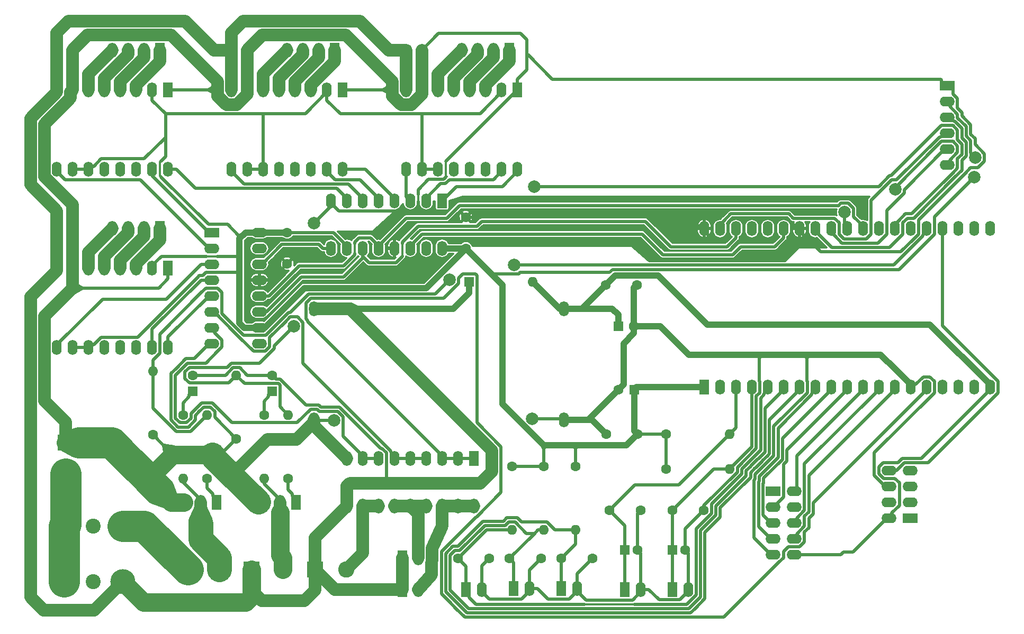
<source format=gbr>
G04 #@! TF.GenerationSoftware,KiCad,Pcbnew,(5.0.2)-1*
G04 #@! TF.CreationDate,2019-06-05T16:46:15+02:00*
G04 #@! TF.ProjectId,201904_Esp32ReprapController_Autorouted,32303139-3034-45f4-9573-703332526570,rev?*
G04 #@! TF.SameCoordinates,PX18392c0PY791ddc0*
G04 #@! TF.FileFunction,Copper,L2,Bot*
G04 #@! TF.FilePolarity,Positive*
%FSLAX46Y46*%
G04 Gerber Fmt 4.6, Leading zero omitted, Abs format (unit mm)*
G04 Created by KiCad (PCBNEW (5.0.2)-1) date 05.06.2019 16:46:15*
%MOMM*%
%LPD*%
G01*
G04 APERTURE LIST*
G04 #@! TA.AperFunction,ComponentPad*
%ADD10R,1.600000X1.600000*%
G04 #@! TD*
G04 #@! TA.AperFunction,ComponentPad*
%ADD11C,1.600000*%
G04 #@! TD*
G04 #@! TA.AperFunction,ComponentPad*
%ADD12O,1.600000X1.600000*%
G04 #@! TD*
G04 #@! TA.AperFunction,ComponentPad*
%ADD13O,2.400000X1.600000*%
G04 #@! TD*
G04 #@! TA.AperFunction,ComponentPad*
%ADD14R,2.400000X1.600000*%
G04 #@! TD*
G04 #@! TA.AperFunction,ComponentPad*
%ADD15R,1.600000X2.400000*%
G04 #@! TD*
G04 #@! TA.AperFunction,ComponentPad*
%ADD16O,1.600000X2.400000*%
G04 #@! TD*
G04 #@! TA.AperFunction,ComponentPad*
%ADD17C,2.400000*%
G04 #@! TD*
G04 #@! TA.AperFunction,ComponentPad*
%ADD18C,4.000000*%
G04 #@! TD*
G04 #@! TA.AperFunction,ComponentPad*
%ADD19R,2.600000X2.600000*%
G04 #@! TD*
G04 #@! TA.AperFunction,ComponentPad*
%ADD20C,2.600000*%
G04 #@! TD*
G04 #@! TA.AperFunction,ViaPad*
%ADD21C,2.000000*%
G04 #@! TD*
G04 #@! TA.AperFunction,Conductor*
%ADD22C,0.500000*%
G04 #@! TD*
G04 #@! TA.AperFunction,Conductor*
%ADD23C,0.300000*%
G04 #@! TD*
G04 #@! TA.AperFunction,Conductor*
%ADD24C,3.000000*%
G04 #@! TD*
G04 #@! TA.AperFunction,Conductor*
%ADD25C,2.000000*%
G04 #@! TD*
G04 #@! TA.AperFunction,Conductor*
%ADD26C,1.000000*%
G04 #@! TD*
G04 #@! TA.AperFunction,Conductor*
%ADD27C,5.000000*%
G04 #@! TD*
G04 #@! TA.AperFunction,Conductor*
%ADD28C,4.000000*%
G04 #@! TD*
G04 APERTURE END LIST*
D10*
G04 #@! TO.P,C22,1*
G04 #@! TO.N,/I39_T_NOZ*
X104648000Y11430000D03*
D11*
G04 #@! TO.P,C22,2*
G04 #@! TO.N,GND*
X106648000Y11430000D03*
G04 #@! TD*
D10*
G04 #@! TO.P,C20,1*
G04 #@! TO.N,/I36_T_BED*
X97028000Y11430000D03*
D11*
G04 #@! TO.P,C20,2*
G04 #@! TO.N,GND*
X99028000Y11430000D03*
G04 #@! TD*
D10*
G04 #@! TO.P,C3,1*
G04 #@! TO.N,VCC*
X98552000Y37084000D03*
D11*
G04 #@! TO.P,C3,2*
G04 #@! TO.N,GND*
X96052000Y37084000D03*
G04 #@! TD*
D10*
G04 #@! TO.P,C1,1*
G04 #@! TO.N,+5V*
X96012000Y47244000D03*
D11*
G04 #@! TO.P,C1,2*
G04 #@! TO.N,GND*
X98512000Y47244000D03*
G04 #@! TD*
D10*
G04 #@! TO.P,C110,1*
G04 #@! TO.N,+24V*
X6223000Y91440000D03*
D11*
G04 #@! TO.P,C110,2*
G04 #@! TO.N,GND*
X8723000Y91440000D03*
G04 #@! TD*
D10*
G04 #@! TO.P,C120,1*
G04 #@! TO.N,+24V*
X34163000Y91440000D03*
D11*
G04 #@! TO.P,C120,2*
G04 #@! TO.N,GND*
X36663000Y91440000D03*
G04 #@! TD*
D10*
G04 #@! TO.P,C140,1*
G04 #@! TO.N,+24V*
X6223000Y62865000D03*
D11*
G04 #@! TO.P,C140,2*
G04 #@! TO.N,GND*
X8723000Y62865000D03*
G04 #@! TD*
D10*
G04 #@! TO.P,C130,1*
G04 #@! TO.N,+24V*
X62103000Y91440000D03*
D11*
G04 #@! TO.P,C130,2*
G04 #@! TO.N,GND*
X64603000Y91440000D03*
G04 #@! TD*
G04 #@! TO.P,R16,1*
G04 #@! TO.N,GND*
X21590000Y29845000D03*
D12*
G04 #@! TO.P,R16,2*
G04 #@! TO.N,/IOx_BED*
X21590000Y40005000D03*
G04 #@! TD*
D11*
G04 #@! TO.P,D2,2*
G04 #@! TO.N,+24V*
X40640000Y39370000D03*
D10*
G04 #@! TO.P,D2,1*
G04 #@! TO.N,Net-(D2-Pad1)*
X40640000Y36830000D03*
G04 #@! TD*
G04 #@! TO.P,D3,1*
G04 #@! TO.N,Net-(D3-Pad1)*
X27940000Y36830000D03*
D11*
G04 #@! TO.P,D3,2*
G04 #@! TO.N,+24V*
X27940000Y39370000D03*
G04 #@! TD*
D12*
G04 #@! TO.P,R17,2*
G04 #@! TO.N,Net-(J11-Pad2)*
X26416000Y22860000D03*
D11*
G04 #@! TO.P,R17,1*
G04 #@! TO.N,Net-(D3-Pad1)*
X26416000Y33020000D03*
G04 #@! TD*
G04 #@! TO.P,R15,1*
G04 #@! TO.N,Net-(Q2-Pad1)*
X30226000Y22860000D03*
D12*
G04 #@! TO.P,R15,2*
G04 #@! TO.N,/IOx_BED*
X30226000Y33020000D03*
G04 #@! TD*
D13*
G04 #@! TO.P,U4,16*
G04 #@! TO.N,VCC*
X38608000Y62230000D03*
G04 #@! TO.P,U4,8*
G04 #@! TO.N,GND*
X30988000Y44450000D03*
G04 #@! TO.P,U4,15*
G04 #@! TO.N,/Q136*
X38608000Y59690000D03*
G04 #@! TO.P,U4,7*
G04 #@! TO.N,/Q143_FAN3*
X30988000Y46990000D03*
G04 #@! TO.P,U4,14*
G04 #@! TO.N,Net-(U3-Pad9)*
X38608000Y57150000D03*
G04 #@! TO.P,U4,6*
G04 #@! TO.N,/Q142_FAN2*
X30988000Y49530000D03*
G04 #@! TO.P,U4,13*
G04 #@! TO.N,GND*
X38608000Y54610000D03*
G04 #@! TO.P,U4,5*
G04 #@! TO.N,/Q141_E_DIR*
X30988000Y52070000D03*
G04 #@! TO.P,U4,12*
G04 #@! TO.N,/IO17_I2S_WS*
X38608000Y52070000D03*
G04 #@! TO.P,U4,4*
G04 #@! TO.N,/Q140_E_STEP*
X30988000Y54610000D03*
G04 #@! TO.P,U4,11*
G04 #@! TO.N,/IO21_I2S_BCK*
X38608000Y49530000D03*
G04 #@! TO.P,U4,3*
G04 #@! TO.N,/Q139_E_EN*
X30988000Y57150000D03*
G04 #@! TO.P,U4,10*
G04 #@! TO.N,VCC*
X38608000Y46990000D03*
G04 #@! TO.P,U4,2*
G04 #@! TO.N,/Q138_X_EN*
X30988000Y59690000D03*
G04 #@! TO.P,U4,9*
G04 #@! TO.N,Net-(U4-Pad9)*
X38608000Y44450000D03*
D14*
G04 #@! TO.P,U4,1*
G04 #@! TO.N,/Q137_X_STEP*
X30988000Y62230000D03*
G04 #@! TD*
D11*
G04 #@! TO.P,C4,2*
G04 #@! TO.N,GND*
X94060000Y29972000D03*
G04 #@! TO.P,C4,1*
G04 #@! TO.N,VCC*
X99060000Y29972000D03*
G04 #@! TD*
G04 #@! TO.P,C2,1*
G04 #@! TO.N,+5V*
X93980000Y53848000D03*
G04 #@! TO.P,C2,2*
G04 #@! TO.N,GND*
X98980000Y53848000D03*
G04 #@! TD*
G04 #@! TO.P,C21,2*
G04 #@! TO.N,GND*
X99568000Y17780000D03*
G04 #@! TO.P,C21,1*
G04 #@! TO.N,/I36_T_BED*
X94568000Y17780000D03*
G04 #@! TD*
G04 #@! TO.P,C23,1*
G04 #@! TO.N,/I39_T_NOZ*
X104648000Y17780000D03*
G04 #@! TO.P,C23,2*
G04 #@! TO.N,GND*
X109648000Y17780000D03*
G04 #@! TD*
D15*
G04 #@! TO.P,U5,1*
G04 #@! TO.N,/IOx_FAN1*
X72898000Y26035000D03*
D16*
G04 #@! TO.P,U5,10*
G04 #@! TO.N,+24V*
X52578000Y18415000D03*
G04 #@! TO.P,U5,2*
G04 #@! TO.N,/IOx_FAN1*
X70358000Y26035000D03*
G04 #@! TO.P,U5,11*
G04 #@! TO.N,Net-(J14-Pad2)*
X55118000Y18415000D03*
G04 #@! TO.P,U5,3*
G04 #@! TO.N,/IOx_FAN1*
X67818000Y26035000D03*
G04 #@! TO.P,U5,12*
G04 #@! TO.N,Net-(J14-Pad2)*
X57658000Y18415000D03*
G04 #@! TO.P,U5,4*
G04 #@! TO.N,/Q142_FAN2*
X65278000Y26035000D03*
G04 #@! TO.P,U5,13*
G04 #@! TO.N,Net-(J13-Pad2)*
X60198000Y18415000D03*
G04 #@! TO.P,U5,5*
G04 #@! TO.N,/Q142_FAN2*
X62738000Y26035000D03*
G04 #@! TO.P,U5,14*
G04 #@! TO.N,Net-(J13-Pad2)*
X62738000Y18415000D03*
G04 #@! TO.P,U5,6*
G04 #@! TO.N,/Q142_FAN2*
X60198000Y26035000D03*
G04 #@! TO.P,U5,15*
G04 #@! TO.N,Net-(J13-Pad2)*
X65278000Y18415000D03*
G04 #@! TO.P,U5,7*
G04 #@! TO.N,/Q143_FAN3*
X57658000Y26035000D03*
G04 #@! TO.P,U5,16*
G04 #@! TO.N,Net-(J12-Pad2)*
X67818000Y18415000D03*
G04 #@! TO.P,U5,8*
G04 #@! TO.N,/Q143_FAN3*
X55118000Y26035000D03*
G04 #@! TO.P,U5,17*
G04 #@! TO.N,Net-(J12-Pad2)*
X70358000Y18415000D03*
G04 #@! TO.P,U5,9*
G04 #@! TO.N,GND*
X52578000Y26035000D03*
G04 #@! TO.P,U5,18*
G04 #@! TO.N,Net-(J12-Pad2)*
X72898000Y18415000D03*
G04 #@! TD*
D11*
G04 #@! TO.P,R22,1*
G04 #@! TO.N,VCC*
X103632000Y24384000D03*
D12*
G04 #@! TO.P,R22,2*
G04 #@! TO.N,/I39_T_NOZ*
X113792000Y24384000D03*
G04 #@! TD*
D17*
G04 #@! TO.P,F2,*
G04 #@! TO.N,*
X12065000Y15240000D03*
D18*
G04 #@! TO.P,F2,2*
G04 #@! TO.N,/PWR_IN*
X7365000Y15240000D03*
G04 #@! TO.P,F2,1*
G04 #@! TO.N,+24V2*
X16765000Y15240000D03*
G04 #@! TD*
D19*
G04 #@! TO.P,J11,1*
G04 #@! TO.N,+24V2*
X27178000Y8255000D03*
D20*
G04 #@! TO.P,J11,2*
G04 #@! TO.N,Net-(J11-Pad2)*
X32178000Y8255000D03*
G04 #@! TD*
D15*
G04 #@! TO.P,J12,1*
G04 #@! TO.N,+24V*
X61468000Y5080000D03*
D16*
G04 #@! TO.P,J12,2*
G04 #@! TO.N,Net-(J12-Pad2)*
X64008000Y5080000D03*
G04 #@! TD*
D18*
G04 #@! TO.P,F1,1*
G04 #@! TO.N,+24V*
X16765000Y6350000D03*
G04 #@! TO.P,F1,2*
G04 #@! TO.N,/PWR_IN*
X7365000Y6350000D03*
D17*
G04 #@! TO.P,F1,*
G04 #@! TO.N,*
X12065000Y6350000D03*
G04 #@! TD*
D20*
G04 #@! TO.P,J1,2*
G04 #@! TO.N,/PWR_IN*
X7620000Y23575000D03*
D19*
G04 #@! TO.P,J1,1*
G04 #@! TO.N,GND*
X7620000Y28575000D03*
G04 #@! TD*
D16*
G04 #@! TO.P,J13,2*
G04 #@! TO.N,Net-(J13-Pad2)*
X64008000Y10160000D03*
D15*
G04 #@! TO.P,J13,1*
G04 #@! TO.N,+24V*
X61468000Y10160000D03*
G04 #@! TD*
D20*
G04 #@! TO.P,J10,2*
G04 #@! TO.N,Net-(J10-Pad2)*
X42338000Y8255000D03*
D19*
G04 #@! TO.P,J10,1*
G04 #@! TO.N,+24V*
X37338000Y8255000D03*
G04 #@! TD*
G04 #@! TO.P,J14,1*
G04 #@! TO.N,+24V*
X47498000Y8255000D03*
D20*
G04 #@! TO.P,J14,2*
G04 #@! TO.N,Net-(J14-Pad2)*
X52498000Y8255000D03*
G04 #@! TD*
D12*
G04 #@! TO.P,R10,2*
G04 #@! TO.N,/IOx_NOZZLE*
X43180000Y33020000D03*
D11*
G04 #@! TO.P,R10,1*
G04 #@! TO.N,Net-(Q1-Pad1)*
X43180000Y22860000D03*
G04 #@! TD*
D12*
G04 #@! TO.P,R11,2*
G04 #@! TO.N,/IOx_NOZZLE*
X34925000Y39370000D03*
D11*
G04 #@! TO.P,R11,1*
G04 #@! TO.N,GND*
X34925000Y29210000D03*
G04 #@! TD*
D16*
G04 #@! TO.P,Q1,3*
G04 #@! TO.N,GND*
X39370000Y19050000D03*
G04 #@! TO.P,Q1,2*
G04 #@! TO.N,Net-(J10-Pad2)*
X41910000Y19050000D03*
D15*
G04 #@! TO.P,Q1,1*
G04 #@! TO.N,Net-(Q1-Pad1)*
X44450000Y19050000D03*
G04 #@! TD*
D12*
G04 #@! TO.P,R12,2*
G04 #@! TO.N,Net-(J10-Pad2)*
X39370000Y22860000D03*
D11*
G04 #@! TO.P,R12,1*
G04 #@! TO.N,Net-(D2-Pad1)*
X39370000Y33020000D03*
G04 #@! TD*
D16*
G04 #@! TO.P,Q2,3*
G04 #@! TO.N,GND*
X26670000Y19050000D03*
G04 #@! TO.P,Q2,2*
G04 #@! TO.N,Net-(J11-Pad2)*
X29210000Y19050000D03*
D15*
G04 #@! TO.P,Q2,1*
G04 #@! TO.N,Net-(Q2-Pad1)*
X31750000Y19050000D03*
G04 #@! TD*
D10*
G04 #@! TO.P,D1,1*
G04 #@! TO.N,+24V*
X72136000Y54356000D03*
D12*
G04 #@! TO.P,D1,2*
G04 #@! TO.N,+5V*
X82296000Y54356000D03*
G04 #@! TD*
D15*
G04 #@! TO.P,A2,1*
G04 #@! TO.N,GND*
X51943000Y85090000D03*
D16*
G04 #@! TO.P,A2,9*
G04 #@! TO.N,/Q134_Y_EN*
X34163000Y72390000D03*
G04 #@! TO.P,A2,2*
G04 #@! TO.N,VCC*
X49403000Y85090000D03*
G04 #@! TO.P,A2,10*
X36703000Y72390000D03*
G04 #@! TO.P,A2,3*
G04 #@! TO.N,Net-(A2-Pad3)*
X46863000Y85090000D03*
G04 #@! TO.P,A2,11*
G04 #@! TO.N,VCC*
X39243000Y72390000D03*
G04 #@! TO.P,A2,4*
G04 #@! TO.N,Net-(A2-Pad4)*
X44323000Y85090000D03*
G04 #@! TO.P,A2,12*
G04 #@! TO.N,Net-(A2-Pad12)*
X41783000Y72390000D03*
G04 #@! TO.P,A2,5*
G04 #@! TO.N,Net-(A2-Pad5)*
X41783000Y85090000D03*
G04 #@! TO.P,A2,13*
G04 #@! TO.N,Net-(A2-Pad13)*
X44323000Y72390000D03*
G04 #@! TO.P,A2,6*
G04 #@! TO.N,Net-(A2-Pad6)*
X39243000Y85090000D03*
G04 #@! TO.P,A2,14*
G04 #@! TO.N,Net-(A2-Pad14)*
X46863000Y72390000D03*
G04 #@! TO.P,A2,7*
G04 #@! TO.N,GND*
X36703000Y85090000D03*
G04 #@! TO.P,A2,15*
G04 #@! TO.N,/Q133_Y_STEP*
X49403000Y72390000D03*
G04 #@! TO.P,A2,8*
G04 #@! TO.N,+24V*
X34163000Y85090000D03*
G04 #@! TO.P,A2,16*
G04 #@! TO.N,/Q132_Y_DIR*
X51943000Y72390000D03*
G04 #@! TD*
D15*
G04 #@! TO.P,A1,1*
G04 #@! TO.N,GND*
X24003000Y85090000D03*
D16*
G04 #@! TO.P,A1,9*
G04 #@! TO.N,/Q138_X_EN*
X6223000Y72390000D03*
G04 #@! TO.P,A1,2*
G04 #@! TO.N,VCC*
X21463000Y85090000D03*
G04 #@! TO.P,A1,10*
X8763000Y72390000D03*
G04 #@! TO.P,A1,3*
G04 #@! TO.N,Net-(A1-Pad3)*
X18923000Y85090000D03*
G04 #@! TO.P,A1,11*
G04 #@! TO.N,VCC*
X11303000Y72390000D03*
G04 #@! TO.P,A1,4*
G04 #@! TO.N,Net-(A1-Pad4)*
X16383000Y85090000D03*
G04 #@! TO.P,A1,12*
G04 #@! TO.N,Net-(A1-Pad12)*
X13843000Y72390000D03*
G04 #@! TO.P,A1,5*
G04 #@! TO.N,Net-(A1-Pad5)*
X13843000Y85090000D03*
G04 #@! TO.P,A1,13*
G04 #@! TO.N,Net-(A1-Pad13)*
X16383000Y72390000D03*
G04 #@! TO.P,A1,6*
G04 #@! TO.N,Net-(A1-Pad6)*
X11303000Y85090000D03*
G04 #@! TO.P,A1,14*
G04 #@! TO.N,Net-(A1-Pad14)*
X18923000Y72390000D03*
G04 #@! TO.P,A1,7*
G04 #@! TO.N,GND*
X8763000Y85090000D03*
G04 #@! TO.P,A1,15*
G04 #@! TO.N,/Q137_X_STEP*
X21463000Y72390000D03*
G04 #@! TO.P,A1,8*
G04 #@! TO.N,+24V*
X6223000Y85090000D03*
G04 #@! TO.P,A1,16*
G04 #@! TO.N,/Q135_X_DIR*
X24003000Y72390000D03*
G04 #@! TD*
G04 #@! TO.P,J110,4*
G04 #@! TO.N,Net-(A1-Pad6)*
X15113000Y91440000D03*
G04 #@! TO.P,J110,3*
G04 #@! TO.N,Net-(A1-Pad5)*
X17653000Y91440000D03*
G04 #@! TO.P,J110,2*
G04 #@! TO.N,Net-(A1-Pad4)*
X20193000Y91440000D03*
D15*
G04 #@! TO.P,J110,1*
G04 #@! TO.N,Net-(A1-Pad3)*
X22733000Y91440000D03*
G04 #@! TD*
G04 #@! TO.P,J120,1*
G04 #@! TO.N,Net-(A2-Pad3)*
X50673000Y91440000D03*
D16*
G04 #@! TO.P,J120,2*
G04 #@! TO.N,Net-(A2-Pad4)*
X48133000Y91440000D03*
G04 #@! TO.P,J120,3*
G04 #@! TO.N,Net-(A2-Pad5)*
X45593000Y91440000D03*
G04 #@! TO.P,J120,4*
G04 #@! TO.N,Net-(A2-Pad6)*
X43053000Y91440000D03*
G04 #@! TD*
G04 #@! TO.P,U2,1*
G04 #@! TO.N,+24V*
X47310000Y50038000D03*
G04 #@! TO.P,U2,2*
G04 #@! TO.N,GND*
X47310000Y32258000D03*
G04 #@! TO.P,U2,3*
G04 #@! TO.N,+5V*
X87310000Y50038000D03*
G04 #@! TO.P,U2,4*
G04 #@! TO.N,GND*
X87310000Y32258000D03*
G04 #@! TD*
D15*
G04 #@! TO.P,A4,1*
G04 #@! TO.N,GND*
X24003000Y56515000D03*
D16*
G04 #@! TO.P,A4,9*
G04 #@! TO.N,/Q139_E_EN*
X6223000Y43815000D03*
G04 #@! TO.P,A4,2*
G04 #@! TO.N,VCC*
X21463000Y56515000D03*
G04 #@! TO.P,A4,10*
X8763000Y43815000D03*
G04 #@! TO.P,A4,3*
G04 #@! TO.N,Net-(A4-Pad3)*
X18923000Y56515000D03*
G04 #@! TO.P,A4,11*
G04 #@! TO.N,VCC*
X11303000Y43815000D03*
G04 #@! TO.P,A4,4*
G04 #@! TO.N,Net-(A4-Pad4)*
X16383000Y56515000D03*
G04 #@! TO.P,A4,12*
G04 #@! TO.N,Net-(A4-Pad12)*
X13843000Y43815000D03*
G04 #@! TO.P,A4,5*
G04 #@! TO.N,Net-(A4-Pad5)*
X13843000Y56515000D03*
G04 #@! TO.P,A4,13*
G04 #@! TO.N,Net-(A4-Pad13)*
X16383000Y43815000D03*
G04 #@! TO.P,A4,6*
G04 #@! TO.N,Net-(A4-Pad6)*
X11303000Y56515000D03*
G04 #@! TO.P,A4,14*
G04 #@! TO.N,Net-(A4-Pad14)*
X18923000Y43815000D03*
G04 #@! TO.P,A4,7*
G04 #@! TO.N,GND*
X8763000Y56515000D03*
G04 #@! TO.P,A4,15*
G04 #@! TO.N,/Q140_E_STEP*
X21463000Y43815000D03*
G04 #@! TO.P,A4,8*
G04 #@! TO.N,+24V*
X6223000Y56515000D03*
G04 #@! TO.P,A4,16*
G04 #@! TO.N,/Q141_E_DIR*
X24003000Y43815000D03*
G04 #@! TD*
G04 #@! TO.P,J140,4*
G04 #@! TO.N,Net-(A4-Pad6)*
X15113000Y62865000D03*
G04 #@! TO.P,J140,3*
G04 #@! TO.N,Net-(A4-Pad5)*
X17653000Y62865000D03*
G04 #@! TO.P,J140,2*
G04 #@! TO.N,Net-(A4-Pad4)*
X20193000Y62865000D03*
D15*
G04 #@! TO.P,J140,1*
G04 #@! TO.N,Net-(A4-Pad3)*
X22733000Y62865000D03*
G04 #@! TD*
D16*
G04 #@! TO.P,A3,16*
G04 #@! TO.N,/Q129_Z_DIR*
X79883000Y72390000D03*
G04 #@! TO.P,A3,8*
G04 #@! TO.N,+24V*
X62103000Y85090000D03*
G04 #@! TO.P,A3,15*
G04 #@! TO.N,/Q130_Z_STEP*
X77343000Y72390000D03*
G04 #@! TO.P,A3,7*
G04 #@! TO.N,GND*
X64643000Y85090000D03*
G04 #@! TO.P,A3,14*
G04 #@! TO.N,Net-(A3-Pad14)*
X74803000Y72390000D03*
G04 #@! TO.P,A3,6*
G04 #@! TO.N,Net-(A3-Pad6)*
X67183000Y85090000D03*
G04 #@! TO.P,A3,13*
G04 #@! TO.N,Net-(A3-Pad13)*
X72263000Y72390000D03*
G04 #@! TO.P,A3,5*
G04 #@! TO.N,Net-(A3-Pad5)*
X69723000Y85090000D03*
G04 #@! TO.P,A3,12*
G04 #@! TO.N,Net-(A3-Pad12)*
X69723000Y72390000D03*
G04 #@! TO.P,A3,4*
G04 #@! TO.N,Net-(A3-Pad4)*
X72263000Y85090000D03*
G04 #@! TO.P,A3,11*
G04 #@! TO.N,VCC*
X67183000Y72390000D03*
G04 #@! TO.P,A3,3*
G04 #@! TO.N,Net-(A3-Pad3)*
X74803000Y85090000D03*
G04 #@! TO.P,A3,10*
G04 #@! TO.N,VCC*
X64643000Y72390000D03*
G04 #@! TO.P,A3,2*
X77343000Y85090000D03*
G04 #@! TO.P,A3,9*
G04 #@! TO.N,/Q131_Z_EN*
X62103000Y72390000D03*
D15*
G04 #@! TO.P,A3,1*
G04 #@! TO.N,GND*
X79883000Y85090000D03*
G04 #@! TD*
D16*
G04 #@! TO.P,J130,4*
G04 #@! TO.N,Net-(A3-Pad6)*
X70993000Y91440000D03*
G04 #@! TO.P,J130,3*
G04 #@! TO.N,Net-(A3-Pad5)*
X73533000Y91440000D03*
G04 #@! TO.P,J130,2*
G04 #@! TO.N,Net-(A3-Pad4)*
X76073000Y91440000D03*
D15*
G04 #@! TO.P,J130,1*
G04 #@! TO.N,Net-(A3-Pad3)*
X78613000Y91440000D03*
G04 #@! TD*
D14*
G04 #@! TO.P,J50,1*
G04 #@! TO.N,GND*
X148590000Y85725000D03*
D13*
G04 #@! TO.P,J50,2*
G04 #@! TO.N,VCC*
X148590000Y83185000D03*
G04 #@! TO.P,J50,3*
G04 #@! TO.N,/SD_MISO*
X148590000Y80645000D03*
G04 #@! TO.P,J50,4*
G04 #@! TO.N,/SD_MOSI*
X148590000Y78105000D03*
G04 #@! TO.P,J50,5*
G04 #@! TO.N,/SD_SCK*
X148590000Y75565000D03*
G04 #@! TO.P,J50,6*
G04 #@! TO.N,/SD_CS*
X148590000Y73025000D03*
G04 #@! TD*
D15*
G04 #@! TO.P,U1,1*
G04 #@! TO.N,VCC*
X109728000Y37465000D03*
D16*
G04 #@! TO.P,U1,2*
G04 #@! TO.N,/~ESP32_EN*
X112268000Y37465000D03*
G04 #@! TO.P,U1,19*
G04 #@! TO.N,+5V*
X155448000Y37465000D03*
G04 #@! TO.P,U1,3*
G04 #@! TO.N,/I36_T_BED*
X114808000Y37465000D03*
G04 #@! TO.P,U1,4*
G04 #@! TO.N,/I39_T_NOZ*
X117348000Y37465000D03*
G04 #@! TO.P,U1,5*
G04 #@! TO.N,/IOx_X_MIN*
X119888000Y37465000D03*
G04 #@! TO.P,U1,6*
G04 #@! TO.N,/IOx_Y_MIN*
X122428000Y37465000D03*
G04 #@! TO.P,U1,7*
G04 #@! TO.N,/IOx_Z_MIN*
X124968000Y37465000D03*
G04 #@! TO.P,U1,8*
G04 #@! TO.N,/IOx_LCD_RS*
X127508000Y37465000D03*
G04 #@! TO.P,U1,9*
G04 #@! TO.N,/IOx_BTN_EN2*
X130048000Y37465000D03*
G04 #@! TO.P,U1,10*
G04 #@! TO.N,/IOx_BTN_EN1*
X132588000Y37465000D03*
G04 #@! TO.P,U1,11*
G04 #@! TO.N,/IOx_BTN_ENC*
X135128000Y37465000D03*
G04 #@! TO.P,U1,12*
G04 #@! TO.N,/IOx_LCD_D4*
X137668000Y37465000D03*
G04 #@! TO.P,U1,13*
G04 #@! TO.N,/IOx_LCD_EN*
X140208000Y37465000D03*
G04 #@! TO.P,U1,14*
G04 #@! TO.N,GND*
X142748000Y37465000D03*
G04 #@! TO.P,U1,15*
G04 #@! TO.N,/IOx_FAN1*
X145288000Y37465000D03*
G04 #@! TO.P,U1,16*
G04 #@! TO.N,Net-(U1-Pad16)*
X147828000Y37465000D03*
G04 #@! TO.P,U1,17*
G04 #@! TO.N,Net-(U1-Pad17)*
X150368000Y37465000D03*
G04 #@! TO.P,U1,18*
G04 #@! TO.N,Net-(U1-Pad18)*
X152908000Y37465000D03*
G04 #@! TO.P,U1,20*
G04 #@! TO.N,GND*
X109728000Y62865000D03*
G04 #@! TO.P,U1,21*
G04 #@! TO.N,/SD_MOSI*
X112268000Y62865000D03*
G04 #@! TO.P,U1,22*
G04 #@! TO.N,/IO21_I2S_BCK*
X114808000Y62865000D03*
G04 #@! TO.P,U1,23*
G04 #@! TO.N,Net-(U1-Pad23)*
X117348000Y62865000D03*
G04 #@! TO.P,U1,24*
G04 #@! TO.N,Net-(U1-Pad24)*
X119888000Y62865000D03*
G04 #@! TO.P,U1,25*
G04 #@! TO.N,/IO22_I2S_DATA*
X122428000Y62865000D03*
G04 #@! TO.P,U1,26*
G04 #@! TO.N,GND*
X124968000Y62865000D03*
G04 #@! TO.P,U1,27*
G04 #@! TO.N,/SD_MISO*
X127508000Y62865000D03*
G04 #@! TO.P,U1,28*
G04 #@! TO.N,/SD_SCK*
X130048000Y62865000D03*
G04 #@! TO.P,U1,29*
G04 #@! TO.N,/SD_CS*
X132588000Y62865000D03*
G04 #@! TO.P,U1,30*
G04 #@! TO.N,/IO17_I2S_WS*
X135128000Y62865000D03*
G04 #@! TO.P,U1,31*
G04 #@! TO.N,Net-(U1-Pad31)*
X137668000Y62865000D03*
G04 #@! TO.P,U1,32*
G04 #@! TO.N,/IOx_BED*
X140208000Y62865000D03*
G04 #@! TO.P,U1,33*
G04 #@! TO.N,Net-(U1-Pad33)*
X142748000Y62865000D03*
G04 #@! TO.P,U1,34*
G04 #@! TO.N,/IOx_NOZZLE*
X145288000Y62865000D03*
G04 #@! TO.P,U1,35*
G04 #@! TO.N,/IOx_SERVO*
X147828000Y62865000D03*
G04 #@! TO.P,U1,36*
G04 #@! TO.N,Net-(U1-Pad36)*
X150368000Y62865000D03*
G04 #@! TO.P,U1,37*
G04 #@! TO.N,Net-(U1-Pad37)*
X152908000Y62865000D03*
G04 #@! TO.P,U1,38*
G04 #@! TO.N,Net-(U1-Pad38)*
X155448000Y62865000D03*
G04 #@! TD*
D14*
G04 #@! TO.P,J40,1*
G04 #@! TO.N,/BEEPER*
X120766600Y20820100D03*
D13*
G04 #@! TO.P,J40,2*
G04 #@! TO.N,/IOx_BTN_ENC*
X124106600Y20820100D03*
G04 #@! TO.P,J40,3*
G04 #@! TO.N,/IOx_BTN_EN1*
X120766600Y18280100D03*
G04 #@! TO.P,J40,4*
G04 #@! TO.N,/~RESET*
X124106600Y18280100D03*
G04 #@! TO.P,J40,5*
G04 #@! TO.N,/IOx_BTN_EN2*
X120766600Y15740100D03*
G04 #@! TO.P,J40,6*
G04 #@! TO.N,/IOx_LCD_D4*
X124106600Y15740100D03*
G04 #@! TO.P,J40,7*
G04 #@! TO.N,/IOx_LCD_RS*
X120766600Y13200100D03*
G04 #@! TO.P,J40,8*
G04 #@! TO.N,/IOx_LCD_EN*
X124106600Y13200100D03*
G04 #@! TO.P,J40,9*
G04 #@! TO.N,GND*
X120766600Y10660100D03*
G04 #@! TO.P,J40,10*
G04 #@! TO.N,+5V*
X124106600Y10660100D03*
G04 #@! TD*
D14*
G04 #@! TO.P,J60,1*
G04 #@! TO.N,Net-(J60-Pad1)*
X142640000Y16510000D03*
D13*
G04 #@! TO.P,J60,2*
G04 #@! TO.N,+5V*
X139300000Y16510000D03*
G04 #@! TO.P,J60,3*
G04 #@! TO.N,Net-(J60-Pad3)*
X142640000Y19050000D03*
G04 #@! TO.P,J60,4*
G04 #@! TO.N,Net-(J60-Pad4)*
X139300000Y19050000D03*
G04 #@! TO.P,J60,5*
G04 #@! TO.N,Net-(J60-Pad5)*
X142640000Y21590000D03*
G04 #@! TO.P,J60,6*
G04 #@! TO.N,GND*
X139300000Y21590000D03*
G04 #@! TO.P,J60,7*
G04 #@! TO.N,Net-(J60-Pad7)*
X142640000Y24130000D03*
G04 #@! TO.P,J60,8*
G04 #@! TO.N,/IOx_SERVO*
X139300000Y24130000D03*
G04 #@! TD*
D16*
G04 #@! TO.P,J31,2*
G04 #@! TO.N,GND*
X81788000Y5207000D03*
D15*
G04 #@! TO.P,J31,1*
G04 #@! TO.N,/IOx_Y_MIN*
X79248000Y5207000D03*
G04 #@! TD*
D11*
G04 #@! TO.P,C30,2*
G04 #@! TO.N,GND*
X75358000Y10033000D03*
G04 #@! TO.P,C30,1*
G04 #@! TO.N,/IOx_X_MIN*
X70358000Y10033000D03*
G04 #@! TD*
G04 #@! TO.P,C160,1*
G04 #@! TO.N,VCC*
X71628000Y59690000D03*
G04 #@! TO.P,C160,2*
G04 #@! TO.N,GND*
X71628000Y64690000D03*
G04 #@! TD*
G04 #@! TO.P,C32,2*
G04 #@! TO.N,GND*
X91868000Y10033000D03*
G04 #@! TO.P,C32,1*
G04 #@! TO.N,/IOx_Z_MIN*
X86868000Y10033000D03*
G04 #@! TD*
D15*
G04 #@! TO.P,J30,1*
G04 #@! TO.N,/IOx_X_MIN*
X71628000Y5080000D03*
D16*
G04 #@! TO.P,J30,2*
G04 #@! TO.N,GND*
X74168000Y5080000D03*
G04 #@! TD*
G04 #@! TO.P,J32,2*
G04 #@! TO.N,GND*
X89408000Y5207000D03*
D15*
G04 #@! TO.P,J32,1*
G04 #@! TO.N,/IOx_Z_MIN*
X86868000Y5207000D03*
G04 #@! TD*
D11*
G04 #@! TO.P,C170,2*
G04 #@! TO.N,GND*
X43053000Y57230000D03*
G04 #@! TO.P,C170,1*
G04 #@! TO.N,VCC*
X43053000Y62230000D03*
G04 #@! TD*
G04 #@! TO.P,C31,1*
G04 #@! TO.N,/IOx_Y_MIN*
X78613000Y10033000D03*
G04 #@! TO.P,C31,2*
G04 #@! TO.N,GND*
X83613000Y10033000D03*
G04 #@! TD*
G04 #@! TO.P,R30,1*
G04 #@! TO.N,VCC*
X78994000Y24765000D03*
D12*
G04 #@! TO.P,R30,2*
G04 #@! TO.N,/IOx_X_MIN*
X78994000Y14605000D03*
G04 #@! TD*
D11*
G04 #@! TO.P,R31,1*
G04 #@! TO.N,VCC*
X84074000Y24765000D03*
D12*
G04 #@! TO.P,R31,2*
G04 #@! TO.N,/IOx_Y_MIN*
X84074000Y14605000D03*
G04 #@! TD*
D11*
G04 #@! TO.P,R32,1*
G04 #@! TO.N,VCC*
X89154000Y24765000D03*
D12*
G04 #@! TO.P,R32,2*
G04 #@! TO.N,/IOx_Z_MIN*
X89154000Y14605000D03*
G04 #@! TD*
D15*
G04 #@! TO.P,U3,1*
G04 #@! TO.N,/Q129_Z_DIR*
X67818000Y67310000D03*
D16*
G04 #@! TO.P,U3,9*
G04 #@! TO.N,Net-(U3-Pad9)*
X50038000Y59690000D03*
G04 #@! TO.P,U3,2*
G04 #@! TO.N,/Q130_Z_STEP*
X65278000Y67310000D03*
G04 #@! TO.P,U3,10*
G04 #@! TO.N,VCC*
X52578000Y59690000D03*
G04 #@! TO.P,U3,3*
G04 #@! TO.N,/Q131_Z_EN*
X62738000Y67310000D03*
G04 #@! TO.P,U3,11*
G04 #@! TO.N,/IO21_I2S_BCK*
X55118000Y59690000D03*
G04 #@! TO.P,U3,4*
G04 #@! TO.N,/Q132_Y_DIR*
X60198000Y67310000D03*
G04 #@! TO.P,U3,12*
G04 #@! TO.N,/IO17_I2S_WS*
X57658000Y59690000D03*
G04 #@! TO.P,U3,5*
G04 #@! TO.N,/Q133_Y_STEP*
X57658000Y67310000D03*
G04 #@! TO.P,U3,13*
G04 #@! TO.N,GND*
X60198000Y59690000D03*
G04 #@! TO.P,U3,6*
G04 #@! TO.N,/Q134_Y_EN*
X55118000Y67310000D03*
G04 #@! TO.P,U3,14*
G04 #@! TO.N,/IO22_I2S_DATA*
X62738000Y59690000D03*
G04 #@! TO.P,U3,7*
G04 #@! TO.N,/Q135_X_DIR*
X52578000Y67310000D03*
G04 #@! TO.P,U3,15*
G04 #@! TO.N,/Q128*
X65278000Y59690000D03*
G04 #@! TO.P,U3,8*
G04 #@! TO.N,GND*
X50038000Y67310000D03*
G04 #@! TO.P,U3,16*
G04 #@! TO.N,VCC*
X67818000Y59690000D03*
G04 #@! TD*
D15*
G04 #@! TO.P,J20,1*
G04 #@! TO.N,/I36_T_BED*
X97028000Y5080000D03*
D16*
G04 #@! TO.P,J20,2*
G04 #@! TO.N,GND*
X99568000Y5080000D03*
G04 #@! TD*
D12*
G04 #@! TO.P,R20,2*
G04 #@! TO.N,/I36_T_BED*
X113792000Y29972000D03*
D11*
G04 #@! TO.P,R20,1*
G04 #@! TO.N,VCC*
X103632000Y29972000D03*
G04 #@! TD*
D16*
G04 #@! TO.P,J21,2*
G04 #@! TO.N,GND*
X107188000Y5080000D03*
D15*
G04 #@! TO.P,J21,1*
G04 #@! TO.N,/I39_T_NOZ*
X104648000Y5080000D03*
G04 #@! TD*
D21*
G04 #@! TO.N,GND*
X82245000Y32427800D03*
X50520600Y32133500D03*
X47317100Y63680500D03*
X45847000Y58674012D03*
G04 #@! TO.N,VCC*
X153103300Y74238500D03*
X152901700Y71115900D03*
G04 #@! TO.N,/SD_CS*
X140267400Y69179300D03*
X132171800Y65455300D03*
G04 #@! TO.N,/IOx_NOZZLE*
X44134500Y47241300D03*
X79375000Y57023000D03*
G04 #@! TO.N,/IOx_BED*
X82565700Y69597500D03*
X68992000Y54649200D03*
G04 #@! TD*
D22*
G04 #@! TO.N,GND*
X58303000Y85090000D02*
X59551400Y84427500D01*
X58303000Y85090000D02*
X59551400Y85752500D01*
X30363000Y85090000D02*
X31611400Y84427500D01*
X30363000Y85090000D02*
X31611400Y85752500D01*
X10363000Y53315000D02*
X9114600Y53977500D01*
X10363000Y53315000D02*
X9114600Y52652500D01*
D23*
X64008000Y66652200D02*
X63917100Y66453900D01*
X64008000Y66652200D02*
X64098900Y66453900D01*
X64008000Y68086000D02*
X64098900Y68284300D01*
X64008000Y68086000D02*
X63917100Y68284300D01*
X68453000Y71360000D02*
X68362100Y71161700D01*
X68453000Y71360000D02*
X68543900Y71161700D01*
X68453000Y73420000D02*
X68543900Y73618300D01*
X68453000Y73420000D02*
X68362100Y73618300D01*
D24*
X7620000Y28575000D02*
X9315800Y27688700D01*
X7620000Y28575000D02*
X9315800Y29461300D01*
X24176100Y19384900D02*
X23416400Y21430200D01*
X24176100Y19384900D02*
X22130800Y20144600D01*
X21590000Y23495000D02*
X20722200Y24249600D01*
X21590000Y23495000D02*
X20722200Y22740400D01*
D25*
X34925000Y24130000D02*
X34050000Y24886500D01*
X34925000Y24130000D02*
X34050000Y23373500D01*
D22*
X118569200Y42072000D02*
X118796500Y42567800D01*
X118569200Y42072000D02*
X118341900Y42567800D01*
X126161800Y42072000D02*
X126389100Y42567800D01*
X126161800Y42072000D02*
X125934500Y42567800D01*
X23280100Y28154900D02*
X23528700Y26485900D01*
X23280100Y28154900D02*
X24949100Y27906300D01*
D26*
X8763000Y56115000D02*
X8763000Y56515000D01*
D25*
X8763000Y85090000D02*
X8763000Y91400000D01*
X8763000Y91400000D02*
X8723000Y91440000D01*
X31963000Y85090000D02*
X31963000Y84061600D01*
X31963000Y84061600D02*
X33334600Y82690000D01*
X33334600Y82690000D02*
X34991400Y82690000D01*
X34991400Y82690000D02*
X36703000Y84401600D01*
X36703000Y84401600D02*
X36703000Y85090000D01*
X8723000Y91440000D02*
X11123000Y93840000D01*
X11123000Y93840000D02*
X24493000Y93840000D01*
X24493000Y93840000D02*
X31963000Y86370000D01*
X31963000Y86370000D02*
X31963000Y85090000D01*
X36663000Y91440000D02*
X39063000Y93840000D01*
X39063000Y93840000D02*
X52433000Y93840000D01*
X52433000Y93840000D02*
X59903000Y86370000D01*
X59903000Y86370000D02*
X59903000Y85090000D01*
X59903000Y85090000D02*
X59903000Y84061600D01*
X59903000Y84061600D02*
X61274600Y82690000D01*
X61274600Y82690000D02*
X62931400Y82690000D01*
X62931400Y82690000D02*
X64643000Y84401600D01*
X64643000Y84401600D02*
X64643000Y85090000D01*
X64643000Y85090000D02*
X64643000Y91400000D01*
X64643000Y91400000D02*
X64603000Y91440000D01*
X8763000Y56515000D02*
X8763000Y62825000D01*
X8763000Y62825000D02*
X8723000Y62865000D01*
X36703000Y85090000D02*
X36703000Y91400000D01*
X36703000Y91400000D02*
X36663000Y91440000D01*
X7620000Y28575000D02*
X7620000Y31875000D01*
X7620000Y31875000D02*
X4223000Y35272000D01*
X4223000Y35272000D02*
X4223000Y48775000D01*
X4223000Y48775000D02*
X8763000Y53315000D01*
X8763000Y53315000D02*
X8763000Y56515000D01*
D26*
X8723000Y62865000D02*
X8723000Y63996400D01*
X8763000Y84690000D02*
X8763000Y85090000D01*
D25*
X8723000Y62865000D02*
X8723000Y66661600D01*
X8723000Y66661600D02*
X4223000Y71161600D01*
X4223000Y71161600D02*
X4223000Y79578700D01*
X4223000Y79578700D02*
X8423000Y83778700D01*
X8423000Y83778700D02*
X8423000Y84750000D01*
X8423000Y84750000D02*
X8763000Y85090000D01*
D26*
X87310000Y32258000D02*
X91774000Y32258000D01*
X91774000Y32258000D02*
X94060000Y29972000D01*
X87310000Y32258000D02*
X91226000Y32258000D01*
X91226000Y32258000D02*
X96052000Y37084000D01*
X96052000Y37084000D02*
X96852000Y37884000D01*
X96852000Y37884000D02*
X96852000Y44452600D01*
X96852000Y44452600D02*
X98512000Y46112600D01*
X98512000Y46112600D02*
X98512000Y47244000D01*
X98512000Y47244000D02*
X98512000Y53380000D01*
X98512000Y53380000D02*
X98980000Y53848000D01*
D22*
X74168000Y5080000D02*
X74168000Y8843000D01*
X74168000Y8843000D02*
X75358000Y10033000D01*
X81788000Y5207000D02*
X81788000Y8208000D01*
X81788000Y8208000D02*
X83613000Y10033000D01*
X89408000Y5207000D02*
X89408000Y7573000D01*
X89408000Y7573000D02*
X91868000Y10033000D01*
X81788000Y5207000D02*
X81788000Y4807000D01*
X81788000Y4807000D02*
X80488000Y3507000D01*
X80488000Y3507000D02*
X75341000Y3507000D01*
X75341000Y3507000D02*
X74168000Y4680000D01*
X74168000Y4680000D02*
X74168000Y5080000D01*
X81788000Y5207000D02*
X83088000Y5207000D01*
X83088000Y5207000D02*
X84788000Y3507000D01*
X84788000Y3507000D02*
X88108000Y3507000D01*
X88108000Y3507000D02*
X89408000Y4807000D01*
X89408000Y4807000D02*
X90835000Y3380000D01*
X90835000Y3380000D02*
X93980000Y3380000D01*
X93980000Y3380000D02*
X98268000Y3380000D01*
X98268000Y3380000D02*
X99568000Y4680000D01*
X99568000Y4680000D02*
X99568000Y5080000D01*
X89408000Y5207000D02*
X89408000Y4807000D01*
X99568000Y5080000D02*
X100868000Y5080000D01*
X100868000Y5080000D02*
X102518000Y3430000D01*
X102518000Y3430000D02*
X105808000Y3430000D01*
X105808000Y3430000D02*
X107188000Y4810000D01*
X107188000Y4810000D02*
X107188000Y5080000D01*
X99568000Y5080000D02*
X99568000Y10890000D01*
X99568000Y10890000D02*
X99028000Y11430000D01*
X99028000Y11430000D02*
X99028000Y17240000D01*
X99028000Y17240000D02*
X99568000Y17780000D01*
X107188000Y5080000D02*
X107188000Y10890000D01*
X107188000Y10890000D02*
X106648000Y11430000D01*
X106648000Y11430000D02*
X106648000Y14780000D01*
X106648000Y14780000D02*
X109648000Y17780000D01*
X51943000Y85090000D02*
X53243000Y85090000D01*
X53243000Y85090000D02*
X59903000Y85090000D01*
X24003000Y85090000D02*
X31963000Y85090000D01*
X24003000Y56515000D02*
X24003000Y54815000D01*
X24003000Y54815000D02*
X22503000Y53315000D01*
X22503000Y53315000D02*
X8763000Y53315000D01*
X64603000Y91440000D02*
X67270000Y94107000D01*
X67270000Y94107000D02*
X80391000Y94107000D01*
X80391000Y94107000D02*
X81407000Y93091000D01*
X81407000Y93091000D02*
X81407000Y90702500D01*
X50038000Y67310000D02*
X50038000Y66910000D01*
X50038000Y66910000D02*
X50292300Y66655700D01*
D23*
X64008000Y66412200D02*
X64008000Y68326000D01*
D22*
X64008000Y68326000D02*
X64008000Y69088000D01*
X64008000Y69088000D02*
X65660000Y70740000D01*
X65660000Y70740000D02*
X68073000Y70740000D01*
X68073000Y70740000D02*
X68453000Y71120000D01*
D23*
X68453000Y71120000D02*
X68453000Y73660000D01*
D22*
X68453000Y73660000D02*
X79883000Y85090000D01*
D26*
X98512000Y47244000D02*
X102743000Y47244000D01*
X102743000Y47244000D02*
X107315000Y42672000D01*
X107315000Y42672000D02*
X118569200Y42672000D01*
D24*
X7620000Y28575000D02*
X9779000Y28575000D01*
D27*
X9779000Y28575000D02*
X14986000Y28575000D01*
X14986000Y28575000D02*
X17145000Y26416000D01*
X17145000Y26416000D02*
X20066000Y23495000D01*
D24*
X22479000Y21082000D02*
X24511000Y19050000D01*
X24511000Y19050000D02*
X26510000Y19050000D01*
X20066000Y23495000D02*
X21590000Y23495000D01*
X21590000Y23495000D02*
X24765000Y26670000D01*
D27*
X20066000Y23495000D02*
X22479000Y21082000D01*
D25*
X47310000Y32258000D02*
X47310000Y31303000D01*
X47310000Y31303000D02*
X52578000Y26035000D01*
D28*
X31115000Y26670000D02*
X31115000Y26411000D01*
X31115000Y26411000D02*
X33396000Y24130000D01*
D25*
X47310000Y32258000D02*
X47310000Y31858000D01*
X47310000Y31858000D02*
X44510000Y29058000D01*
X44510000Y29058000D02*
X39853000Y29058000D01*
X39853000Y29058000D02*
X34925000Y24130000D01*
X34925000Y24130000D02*
X33396000Y24130000D01*
D28*
X33396000Y24130000D02*
X38402200Y19124000D01*
D22*
X81407000Y90702500D02*
X81407000Y88314000D01*
X81407000Y88314000D02*
X79883000Y86790000D01*
X79883000Y86790000D02*
X79883000Y85090000D01*
D26*
X126161800Y42672000D02*
X137941000Y42672000D01*
X137941000Y42672000D02*
X140344500Y40268500D01*
X140344500Y40268500D02*
X142748000Y37865000D01*
X142748000Y37865000D02*
X142748000Y37465000D01*
D24*
X24765000Y26670000D02*
X31115000Y26670000D01*
D26*
X118569200Y42672000D02*
X119094200Y42672000D01*
X119094200Y42672000D02*
X126161800Y42672000D01*
D22*
X50292300Y66655700D02*
X51288000Y65660000D01*
X51288000Y65660000D02*
X63255800Y65660000D01*
X63255800Y65660000D02*
X64008000Y66412200D01*
X30988000Y44450000D02*
X30588000Y44450000D01*
X30588000Y44450000D02*
X28159500Y42021500D01*
X28159500Y42021500D02*
X26841700Y42021500D01*
X26841700Y42021500D02*
X25288500Y40468300D01*
X25288500Y40468300D02*
X24465000Y39644800D01*
X24465000Y39644800D02*
X24465000Y33828100D01*
X24465000Y33828100D02*
X24465000Y32211900D01*
X24465000Y32211900D02*
X25607900Y31069000D01*
X25607900Y31069000D02*
X27224100Y31069000D01*
X27224100Y31069000D02*
X28367000Y32211900D01*
X28367000Y32211900D02*
X28367000Y32929500D01*
X28367000Y32929500D02*
X28975500Y33538000D01*
X28975500Y33538000D02*
X29708000Y34270500D01*
X29708000Y34270500D02*
X30744000Y34270500D01*
X30744000Y34270500D02*
X31476500Y33538000D01*
X31476500Y33538000D02*
X31476500Y32658500D01*
X31476500Y32658500D02*
X34925000Y29210000D01*
X34925000Y29210000D02*
X32385000Y26670000D01*
X32385000Y26670000D02*
X31115000Y26670000D01*
X124968000Y62865000D02*
X124968000Y63265000D01*
X124968000Y63265000D02*
X124196500Y63265000D01*
X124196500Y63265000D02*
X122946000Y64515500D01*
X122946000Y64515500D02*
X120406000Y64515500D01*
X120406000Y64515500D02*
X117866000Y64515500D01*
X117866000Y64515500D02*
X115326000Y64515500D01*
X115326000Y64515500D02*
X114290000Y64515500D01*
X114290000Y64515500D02*
X113557500Y63783000D01*
X113557500Y63783000D02*
X113518500Y63744000D01*
X113518500Y63744000D02*
X113518500Y61947000D01*
X113518500Y61947000D02*
X112786000Y61214500D01*
X112786000Y61214500D02*
X111750000Y61214500D01*
X111750000Y61214500D02*
X110978500Y61214500D01*
X110978500Y61214500D02*
X109728000Y62465000D01*
X109728000Y62465000D02*
X109728000Y62865000D01*
X50292300Y66655700D02*
X47317100Y63680500D01*
X47310000Y32258000D02*
X47310000Y32133500D01*
X47310000Y32133500D02*
X50520600Y32133500D01*
X148590000Y85725000D02*
X149540000Y85175000D01*
X149540000Y85175000D02*
X149540000Y84925000D01*
X149540000Y84925000D02*
X149540000Y84403500D01*
X149540000Y84403500D02*
X150240500Y83703000D01*
X150240500Y83703000D02*
X150240500Y82153600D01*
X150240500Y82153600D02*
X150941000Y81453100D01*
X150941000Y81453100D02*
X150941000Y80894400D01*
X150941000Y80894400D02*
X152342000Y79493400D01*
X152342000Y79493400D02*
X152342000Y77944100D01*
X152342000Y77944100D02*
X153042500Y77243600D01*
X153042500Y77243600D02*
X153042500Y76350600D01*
X153042500Y76350600D02*
X154553800Y74839300D01*
X154553800Y74839300D02*
X154553800Y73637700D01*
X154553800Y73637700D02*
X153704100Y72788000D01*
X153704100Y72788000D02*
X153482500Y72566400D01*
X153482500Y72566400D02*
X152300900Y72566400D01*
X152300900Y72566400D02*
X151451200Y71716700D01*
X151451200Y71716700D02*
X143998500Y64264000D01*
X143998500Y64264000D02*
X143998500Y61947000D01*
X143998500Y61947000D02*
X143266000Y61214500D01*
X143266000Y61214500D02*
X141164500Y59113000D01*
X141164500Y59113000D02*
X133976400Y59113000D01*
X133976400Y59113000D02*
X131199600Y59113000D01*
X131199600Y59113000D02*
X128320000Y59113000D01*
X128320000Y59113000D02*
X124968000Y62465000D01*
X124968000Y62465000D02*
X124968000Y62865000D01*
X39370000Y19050000D02*
X39370000Y19124000D01*
X39370000Y19124000D02*
X38402200Y19124000D01*
X26670000Y19050000D02*
X26510000Y19050000D01*
X109648000Y17780000D02*
X109648000Y18471500D01*
X109648000Y18471500D02*
X115042500Y23866000D01*
X115042500Y23866000D02*
X115042500Y24643800D01*
X115042500Y24643800D02*
X118048500Y27649800D01*
X118048500Y27649800D02*
X118048500Y27912300D01*
X118048500Y27912300D02*
X118048500Y28661800D01*
X118048500Y28661800D02*
X118048500Y29367300D01*
X118048500Y29367300D02*
X118048500Y29387300D01*
X118048500Y29387300D02*
X118048500Y30553100D01*
X118048500Y30553100D02*
X118048500Y30842300D01*
X118048500Y30842300D02*
X118048500Y30862300D01*
X118048500Y30862300D02*
X118048500Y32317300D01*
X118048500Y32317300D02*
X118048500Y32337300D01*
X118048500Y32337300D02*
X118048500Y33182700D01*
X118048500Y33182700D02*
X118048500Y33792300D01*
X118048500Y33792300D02*
X118048500Y33812300D01*
X118048500Y33812300D02*
X118048500Y35267300D01*
X118048500Y35267300D02*
X118048500Y35287300D01*
X118048500Y35287300D02*
X118048500Y35997000D01*
X118048500Y35997000D02*
X118598500Y36547000D01*
X118598500Y36547000D02*
X118598500Y37347000D01*
X118598500Y37347000D02*
X118598500Y38383000D01*
X118598500Y38383000D02*
X118569200Y38412300D01*
X118569200Y38412300D02*
X118569200Y42672000D01*
X121166600Y10660100D02*
X120366600Y10660100D01*
X120366600Y10660100D02*
X117715100Y13311600D01*
X117715100Y13311600D02*
X117715100Y20853200D01*
X117715100Y20853200D02*
X117715100Y22387000D01*
X117715100Y22387000D02*
X117715100Y22576000D01*
X117715100Y22576000D02*
X117844500Y22705400D01*
X117844500Y22705400D02*
X117844500Y23483200D01*
X117844500Y23483200D02*
X120850500Y26489200D01*
X120850500Y26489200D02*
X120850500Y26751700D01*
X120850500Y26751700D02*
X120850500Y27501200D01*
X120850500Y27501200D02*
X120850500Y28226700D01*
X120850500Y28226700D02*
X120850500Y31179000D01*
X120850500Y31179000D02*
X126218500Y36547000D01*
X126218500Y36547000D02*
X126218500Y37347000D01*
X126218500Y37347000D02*
X126218500Y38383000D01*
X126218500Y38383000D02*
X126161800Y38439700D01*
X126161800Y38439700D02*
X126161800Y42672000D01*
X139700000Y21590000D02*
X138900000Y21590000D01*
X138900000Y21590000D02*
X138680900Y21590000D01*
X138680900Y21590000D02*
X138091900Y22179000D01*
X138091900Y22179000D02*
X136949000Y23321900D01*
X136949000Y23321900D02*
X136949000Y24938100D01*
X136949000Y24938100D02*
X136949000Y26957500D01*
X136949000Y26957500D02*
X146538500Y36547000D01*
X146538500Y36547000D02*
X146538500Y37347000D01*
X146538500Y37347000D02*
X146538500Y38383000D01*
X146538500Y38383000D02*
X145806000Y39115500D01*
X145806000Y39115500D02*
X144770000Y39115500D01*
X144770000Y39115500D02*
X143551700Y37897200D01*
X143551700Y37897200D02*
X142734700Y37897200D01*
X142734700Y37897200D02*
X142725300Y37887800D01*
X142725300Y37887800D02*
X142725200Y37887800D01*
X38608000Y54610000D02*
X39008000Y54610000D01*
X39008000Y54610000D02*
X40433000Y54610000D01*
X40433000Y54610000D02*
X43053000Y57230000D01*
X81407000Y90702500D02*
X81515700Y90702500D01*
X81515700Y90702500D02*
X85443200Y86775000D01*
X85443200Y86775000D02*
X147493600Y86775000D01*
X147493600Y86775000D02*
X147640000Y86628600D01*
X147640000Y86628600D02*
X147640000Y86525000D01*
X147640000Y86525000D02*
X147640000Y86275000D01*
X147640000Y86275000D02*
X148590000Y85725000D01*
X71628000Y64690000D02*
X73859300Y64690000D01*
X73859300Y64690000D02*
X73877800Y64708500D01*
X73877800Y64708500D02*
X74493700Y64708500D01*
X74493700Y64708500D02*
X75223400Y64708500D01*
X75223400Y64708500D02*
X75243500Y64708500D01*
X75243500Y64708500D02*
X75800200Y64708500D01*
X75800200Y64708500D02*
X76587500Y64708500D01*
X76587500Y64708500D02*
X76607600Y64708500D01*
X76607600Y64708500D02*
X77106700Y64708500D01*
X77106700Y64708500D02*
X77951600Y64708500D01*
X77951600Y64708500D02*
X77971700Y64708500D01*
X77971700Y64708500D02*
X78413200Y64708500D01*
X78413200Y64708500D02*
X79315700Y64708500D01*
X79315700Y64708500D02*
X79335800Y64708500D01*
X79335800Y64708500D02*
X79719700Y64708500D01*
X79719700Y64708500D02*
X80679800Y64708500D01*
X80679800Y64708500D02*
X80699900Y64708500D01*
X80699900Y64708500D02*
X81026200Y64708500D01*
X81026200Y64708500D02*
X82043900Y64708500D01*
X82043900Y64708500D02*
X82064000Y64708500D01*
X82064000Y64708500D02*
X82332700Y64708500D01*
X82332700Y64708500D02*
X83408000Y64708500D01*
X83408000Y64708500D02*
X83428100Y64708500D01*
X83428100Y64708500D02*
X83639200Y64708500D01*
X83639200Y64708500D02*
X84772100Y64708500D01*
X84772100Y64708500D02*
X84792200Y64708500D01*
X84792200Y64708500D02*
X84945700Y64708500D01*
X84945700Y64708500D02*
X86136200Y64708500D01*
X86136200Y64708500D02*
X86156300Y64708500D01*
X86156300Y64708500D02*
X86252200Y64708500D01*
X86252200Y64708500D02*
X87500300Y64708500D01*
X87500300Y64708500D02*
X87520400Y64708500D01*
X87520400Y64708500D02*
X87558700Y64708500D01*
X87558700Y64708500D02*
X88864400Y64708500D01*
X88864400Y64708500D02*
X88884500Y64708500D01*
X88884500Y64708500D02*
X90171700Y64708500D01*
X90171700Y64708500D02*
X90228500Y64708500D01*
X90228500Y64708500D02*
X90248600Y64708500D01*
X90248600Y64708500D02*
X91478200Y64708500D01*
X91478200Y64708500D02*
X91592600Y64708500D01*
X91592600Y64708500D02*
X91612700Y64708500D01*
X91612700Y64708500D02*
X92784700Y64708500D01*
X92784700Y64708500D02*
X92956700Y64708500D01*
X92956700Y64708500D02*
X92976800Y64708500D01*
X92976800Y64708500D02*
X94091200Y64708500D01*
X94091200Y64708500D02*
X94320800Y64708500D01*
X94320800Y64708500D02*
X94340900Y64708500D01*
X94340900Y64708500D02*
X95397700Y64708500D01*
X95397700Y64708500D02*
X95684900Y64708500D01*
X95684900Y64708500D02*
X95705000Y64708500D01*
X95705000Y64708500D02*
X96704200Y64708500D01*
X96704200Y64708500D02*
X97049000Y64708500D01*
X97049000Y64708500D02*
X97069100Y64708500D01*
X97069100Y64708500D02*
X98010700Y64708500D01*
X98010700Y64708500D02*
X98413100Y64708500D01*
X98413100Y64708500D02*
X98433200Y64708500D01*
X98433200Y64708500D02*
X99317200Y64708500D01*
X99317200Y64708500D02*
X99777200Y64708500D01*
X99777200Y64708500D02*
X100039800Y64708500D01*
X100039800Y64708500D02*
X100620200Y64708500D01*
X100620200Y64708500D02*
X101213000Y64115700D01*
X101213000Y64115700D02*
X101579200Y63749500D01*
X101579200Y63749500D02*
X101593400Y63735300D01*
X101593400Y63735300D02*
X102063700Y63265000D01*
X102063700Y63265000D02*
X109728000Y63265000D01*
X109728000Y63265000D02*
X109728000Y62865000D01*
X82245000Y32427800D02*
X87310000Y32427800D01*
X87310000Y32427800D02*
X87310000Y32258000D01*
X21590000Y29845000D02*
X24765000Y26670000D01*
X43053000Y57230000D02*
X44497012Y58674012D01*
X44497012Y58674012D02*
X45847000Y58674012D01*
D23*
G04 #@! TO.N,VCC*
X22733000Y71247000D02*
X22761900Y71100700D01*
X22733000Y71247000D02*
X22879300Y71218100D01*
X22733000Y73533000D02*
X22868400Y73554200D01*
X22733000Y73533000D02*
X22754200Y73668400D01*
X30339000Y58420000D02*
X30140700Y58510900D01*
X30339000Y58420000D02*
X30140700Y58329100D01*
X31637000Y58420000D02*
X31835300Y58329100D01*
X31637000Y58420000D02*
X31835300Y58510900D01*
D22*
X35433000Y58404400D02*
X35213200Y57998300D01*
X35433000Y58404400D02*
X35652800Y57998300D01*
X89154000Y27594000D02*
X89381300Y28089800D01*
X89154000Y27594000D02*
X88926700Y28089800D01*
X84074000Y27594000D02*
X84301300Y28089800D01*
X84074000Y27594000D02*
X83846700Y28089800D01*
D26*
X109728000Y37465000D02*
X98933000Y37465000D01*
X98933000Y37465000D02*
X98552000Y37084000D01*
X98552000Y37084000D02*
X98552000Y30480000D01*
X98552000Y30480000D02*
X99060000Y29972000D01*
D22*
X52578000Y59690000D02*
X52578000Y60090000D01*
X52578000Y60090000D02*
X50438000Y62230000D01*
X50438000Y62230000D02*
X44184400Y62230000D01*
X44184400Y62230000D02*
X43053000Y62230000D01*
D26*
X43053000Y62230000D02*
X38608000Y62230000D01*
D22*
X11303000Y72790000D02*
X11303000Y72390000D01*
X23613000Y81240000D02*
X39285500Y81240000D01*
X23613000Y81240000D02*
X21463000Y83390000D01*
X21463000Y83390000D02*
X21463000Y85090000D01*
X39243000Y72390000D02*
X39243000Y72790000D01*
X49403000Y85090000D02*
X49403000Y83390000D01*
X49403000Y83390000D02*
X51553000Y81240000D01*
X51553000Y81240000D02*
X64643000Y81240000D01*
X67183000Y72390000D02*
X67183000Y72790000D01*
X103632000Y24384000D02*
X103632000Y25515000D01*
X103632000Y25515000D02*
X103632000Y29972000D01*
X103632000Y29972000D02*
X99060000Y29972000D01*
D26*
X99060000Y29972000D02*
X97282000Y28194000D01*
X97282000Y28194000D02*
X89154000Y28194000D01*
X71628000Y59690000D02*
X67818000Y59690000D01*
D22*
X38608000Y62230000D02*
X38208000Y62230000D01*
X22860000Y71120000D02*
X30450000Y63530000D01*
X30450000Y63530000D02*
X33498000Y63530000D01*
X33498000Y63530000D02*
X35306000Y61722000D01*
X22853000Y73653000D02*
X23613000Y74413000D01*
X23613000Y74413000D02*
X23613000Y77373000D01*
D23*
X22860000Y71120000D02*
X22733000Y71247000D01*
X22733000Y71247000D02*
X22733000Y73533000D01*
X22733000Y73533000D02*
X22853000Y73653000D01*
D22*
X21463000Y56515000D02*
X21463000Y56915000D01*
X21463000Y56915000D02*
X22968000Y58420000D01*
X22968000Y58420000D02*
X30099000Y58420000D01*
D23*
X30099000Y58420000D02*
X31877000Y58420000D01*
D22*
X31877000Y58420000D02*
X35306000Y58420000D01*
D26*
X38608000Y62230000D02*
X36408000Y62230000D01*
X36408000Y62230000D02*
X35433000Y61255000D01*
X71628000Y59690000D02*
X65278000Y53340000D01*
X65278000Y53340000D02*
X45847000Y53340000D01*
X45847000Y53340000D02*
X39497000Y46990000D01*
X39497000Y46990000D02*
X38608000Y46990000D01*
X75687000Y55631000D02*
X71628000Y59690000D01*
X35433000Y57879300D02*
X35433000Y56754000D01*
X35433000Y56754000D02*
X35433000Y55860500D01*
D22*
X39285500Y81240000D02*
X45953000Y81240000D01*
X45953000Y81240000D02*
X49403000Y84690000D01*
X49403000Y84690000D02*
X49403000Y85090000D01*
D26*
X35433000Y61255000D02*
X35433000Y57879300D01*
D22*
X64643000Y81240000D02*
X65003000Y81240000D01*
X65003000Y81240000D02*
X73893000Y81240000D01*
X73893000Y81240000D02*
X77343000Y84690000D01*
X77343000Y84690000D02*
X77343000Y85090000D01*
D26*
X35433000Y55860500D02*
X35433000Y47752000D01*
X35433000Y47752000D02*
X36195000Y46990000D01*
X36195000Y46990000D02*
X38608000Y46990000D01*
D22*
X23613000Y77373000D02*
X23613000Y78964300D01*
X23613000Y78964300D02*
X23613000Y81240000D01*
D26*
X89154000Y28194000D02*
X88476700Y28194000D01*
X88476700Y28194000D02*
X84074000Y28194000D01*
X84074000Y28194000D02*
X82734500Y29533500D01*
X82734500Y29533500D02*
X77470000Y34798000D01*
X77470000Y34798000D02*
X77470000Y53848000D01*
X77470000Y53848000D02*
X75687000Y55631000D01*
D22*
X35433000Y58404400D02*
X35433000Y57879300D01*
X89154000Y24765000D02*
X89154000Y28194000D01*
X36703000Y72390000D02*
X39243000Y72390000D01*
X84074000Y24765000D02*
X84074000Y28194000D01*
X35306000Y61722000D02*
X35306000Y61382000D01*
X35306000Y61382000D02*
X35433000Y61255000D01*
X148590000Y83185000D02*
X148990000Y83185000D01*
X148990000Y83185000D02*
X148990000Y82413500D01*
X148990000Y82413500D02*
X150240500Y81163000D01*
X150240500Y81163000D02*
X150240500Y80604300D01*
X150240500Y80604300D02*
X151641500Y79203300D01*
X151641500Y79203300D02*
X151641500Y77653900D01*
X151641500Y77653900D02*
X152342000Y76953400D01*
X152342000Y76953400D02*
X152342000Y74999800D01*
X152342000Y74999800D02*
X153103300Y74238500D01*
X39243000Y72390000D02*
X39243000Y72790000D01*
X39243000Y72790000D02*
X39243000Y81088700D01*
X39243000Y81088700D02*
X39285500Y81131200D01*
X39285500Y81131200D02*
X39285500Y81240000D01*
X11303000Y72390000D02*
X11303000Y72790000D01*
X11303000Y72790000D02*
X12074500Y72790000D01*
X12074500Y72790000D02*
X13325000Y74040500D01*
X13325000Y74040500D02*
X15865000Y74040500D01*
X15865000Y74040500D02*
X18405000Y74040500D01*
X18405000Y74040500D02*
X20171800Y74040500D01*
X20171800Y74040500D02*
X23504300Y77373000D01*
X23504300Y77373000D02*
X23613000Y77373000D01*
X64643000Y81240000D02*
X64643000Y72790000D01*
X64643000Y72790000D02*
X64643000Y72390000D01*
X84074000Y24765000D02*
X78994000Y24765000D01*
X8763000Y43815000D02*
X11303000Y43815000D01*
X8763000Y72390000D02*
X11303000Y72390000D01*
X11303000Y43815000D02*
X11303000Y44215000D01*
X11303000Y44215000D02*
X12074500Y44215000D01*
X12074500Y44215000D02*
X13325000Y45465500D01*
X13325000Y45465500D02*
X15865000Y45465500D01*
X15865000Y45465500D02*
X18405000Y45465500D01*
X18405000Y45465500D02*
X19152700Y45465500D01*
X19152700Y45465500D02*
X28812100Y55124900D01*
X28812100Y55124900D02*
X28812200Y55124900D01*
X28812200Y55124900D02*
X28997800Y55310500D01*
X28997800Y55310500D02*
X29520000Y55310500D01*
X29520000Y55310500D02*
X30070000Y55860500D01*
X30070000Y55860500D02*
X30870000Y55860500D01*
X30870000Y55860500D02*
X35215500Y55860500D01*
X35215500Y55860500D02*
X35433000Y55860500D01*
X64643000Y72390000D02*
X67183000Y72390000D01*
X146538500Y61947000D02*
X140890000Y56298500D01*
X80061402Y55592998D02*
X75725002Y55592998D01*
X140890000Y56298500D02*
X95086300Y56298500D01*
X80280304Y55811900D02*
X80061402Y55592998D01*
X75725002Y55592998D02*
X75687000Y55631000D01*
X94599700Y55811900D02*
X80280304Y55811900D01*
X146538500Y64752700D02*
X146538500Y61947000D01*
X152901700Y71115900D02*
X146538500Y64752700D01*
X95086300Y56298500D02*
X94599700Y55811900D01*
D25*
G04 #@! TO.N,Net-(A1-Pad3)*
X18923000Y85090000D02*
X18923000Y85799000D01*
X18923000Y85799000D02*
X22733000Y89609000D01*
X22733000Y89609000D02*
X22733000Y91440000D01*
G04 #@! TO.N,Net-(A1-Pad4)*
X16383000Y85090000D02*
X16383000Y86370300D01*
X16383000Y86370300D02*
X20193000Y90180300D01*
X20193000Y90180300D02*
X20193000Y91440000D01*
G04 #@! TO.N,Net-(A1-Pad5)*
X13843000Y85090000D02*
X13843000Y86941600D01*
X13843000Y86941600D02*
X17653000Y90751600D01*
X17653000Y90751600D02*
X17653000Y91440000D01*
G04 #@! TO.N,Net-(A1-Pad6)*
X11303000Y85090000D02*
X11303000Y87630000D01*
X11303000Y87630000D02*
X15113000Y91440000D01*
D26*
G04 #@! TO.N,+24V*
X54255000Y50038000D02*
X53263300Y50492500D01*
X54255000Y50038000D02*
X53263300Y49583500D01*
D25*
X6223000Y85090000D02*
X6223000Y91440000D01*
X34163000Y85090000D02*
X34163000Y91440000D01*
X62103000Y85090000D02*
X62103000Y91440000D01*
X6223000Y56515000D02*
X6223000Y62865000D01*
X6223000Y62865000D02*
X6223000Y65665000D01*
X6223000Y65665000D02*
X2023000Y69865000D01*
X2023000Y69865000D02*
X2023000Y80490000D01*
X2023000Y80490000D02*
X6223000Y84690000D01*
X6223000Y84690000D02*
X6223000Y85090000D01*
X6223000Y91440000D02*
X6223000Y94240000D01*
X6223000Y94240000D02*
X8023000Y96040000D01*
X8023000Y96040000D02*
X26763000Y96040000D01*
X26763000Y96040000D02*
X31363000Y91440000D01*
X31363000Y91440000D02*
X34163000Y91440000D01*
X34163000Y91440000D02*
X34163000Y94240000D01*
X34163000Y94240000D02*
X35963000Y96040000D01*
X35963000Y96040000D02*
X54703000Y96040000D01*
X54703000Y96040000D02*
X59303000Y91440000D01*
X59303000Y91440000D02*
X62103000Y91440000D01*
X6223000Y56515000D02*
X6223000Y56115000D01*
X6223000Y56115000D02*
X2023000Y51915000D01*
X2023000Y51915000D02*
X2023000Y3819000D01*
X2023000Y3819000D02*
X4064000Y1778000D01*
X4064000Y1778000D02*
X12193000Y1778000D01*
X12193000Y1778000D02*
X16765000Y6350000D01*
X47498000Y8255000D02*
X47498000Y13335000D01*
X47498000Y13335000D02*
X52578000Y18415000D01*
X47498000Y8255000D02*
X50673000Y5080000D01*
X50673000Y5080000D02*
X61468000Y5080000D01*
X61468000Y5080000D02*
X61468000Y10160000D01*
X53055000Y50038000D02*
X50110000Y50038000D01*
D26*
X72136000Y54356000D02*
X72136000Y52556000D01*
X72136000Y52556000D02*
X69618000Y50038000D01*
X69618000Y50038000D02*
X53055000Y50038000D01*
D25*
X52578000Y18415000D02*
X52578000Y21615000D01*
X52578000Y21615000D02*
X53061000Y22098000D01*
X53061000Y22098000D02*
X58908500Y22098000D01*
D24*
X16765000Y6350000D02*
X20067000Y3048000D01*
X20067000Y3048000D02*
X36431000Y3048000D01*
X36431000Y3048000D02*
X37338000Y3955000D01*
X37338000Y3955000D02*
X37338000Y8255000D01*
D25*
X37338000Y8255000D02*
X37338000Y4955000D01*
X37338000Y4955000D02*
X38991000Y3302000D01*
X38991000Y3302000D02*
X45845000Y3302000D01*
X45845000Y3302000D02*
X47498000Y4955000D01*
X47498000Y4955000D02*
X47498000Y8255000D01*
X58908500Y22098000D02*
X60012000Y22098000D01*
X60012000Y22098000D02*
X73914000Y22098000D01*
X73914000Y22098000D02*
X75766000Y23950000D01*
X75766000Y23950000D02*
X75766000Y27327000D01*
X75766000Y27327000D02*
X53055000Y50038000D01*
D22*
X40640000Y39370000D02*
X41229000Y38781000D01*
X41229000Y38781000D02*
X41916800Y38781000D01*
X41916800Y38781000D02*
X46088800Y34609000D01*
X46088800Y34609000D02*
X48118100Y34609000D01*
X48118100Y34609000D02*
X48442600Y34284500D01*
X48442600Y34284500D02*
X51411600Y34284500D01*
X51411600Y34284500D02*
X58010600Y27685500D01*
X58010600Y27685500D02*
X58176000Y27685500D01*
X58176000Y27685500D02*
X58908500Y26953000D01*
X58908500Y26953000D02*
X58908500Y26153000D01*
X58908500Y26153000D02*
X58908500Y22532900D01*
X58908500Y22532900D02*
X58908500Y22098000D01*
X27940000Y39370000D02*
X33156500Y39370000D01*
X33156500Y39370000D02*
X34407000Y40620500D01*
X34407000Y40620500D02*
X35443000Y40620500D01*
X35443000Y40620500D02*
X36693500Y39370000D01*
X36693500Y39370000D02*
X40640000Y39370000D01*
D25*
X50110000Y50038000D02*
X47489510Y50038000D01*
G04 #@! TO.N,Net-(A2-Pad3)*
X46863000Y85090000D02*
X46863000Y85778400D01*
X46863000Y85778400D02*
X50673000Y89588400D01*
X50673000Y89588400D02*
X50673000Y91440000D01*
G04 #@! TO.N,Net-(A2-Pad4)*
X44323000Y85090000D02*
X44323000Y86370300D01*
X44323000Y86370300D02*
X48133000Y90180300D01*
X48133000Y90180300D02*
X48133000Y91440000D01*
G04 #@! TO.N,Net-(A2-Pad5)*
X41783000Y85090000D02*
X41783000Y86941600D01*
X41783000Y86941600D02*
X45593000Y90751600D01*
X45593000Y90751600D02*
X45593000Y91440000D01*
G04 #@! TO.N,Net-(A2-Pad6)*
X39243000Y85090000D02*
X39243000Y87630000D01*
X39243000Y87630000D02*
X43053000Y91440000D01*
G04 #@! TO.N,Net-(A3-Pad6)*
X67183000Y85090000D02*
X67183000Y87630000D01*
X67183000Y87630000D02*
X70993000Y91440000D01*
G04 #@! TO.N,Net-(A3-Pad5)*
X69723000Y85090000D02*
X69723000Y86941600D01*
X69723000Y86941600D02*
X73533000Y90751600D01*
X73533000Y90751600D02*
X73533000Y91440000D01*
G04 #@! TO.N,Net-(A3-Pad4)*
X72263000Y85090000D02*
X72263000Y86370300D01*
X72263000Y86370300D02*
X76073000Y90180300D01*
X76073000Y90180300D02*
X76073000Y91440000D01*
G04 #@! TO.N,Net-(A3-Pad3)*
X74803000Y85090000D02*
X74803000Y85799000D01*
X74803000Y85799000D02*
X78613000Y89609000D01*
X78613000Y89609000D02*
X78613000Y91440000D01*
G04 #@! TO.N,Net-(A4-Pad6)*
X11303000Y56515000D02*
X11303000Y59055000D01*
X11303000Y59055000D02*
X15113000Y62865000D01*
G04 #@! TO.N,Net-(A4-Pad5)*
X13843000Y56515000D02*
X13843000Y58366600D01*
X13843000Y58366600D02*
X17653000Y62176600D01*
X17653000Y62176600D02*
X17653000Y62865000D01*
G04 #@! TO.N,Net-(A4-Pad4)*
X16383000Y56515000D02*
X16383000Y57795300D01*
X16383000Y57795300D02*
X20193000Y61605300D01*
X20193000Y61605300D02*
X20193000Y62865000D01*
G04 #@! TO.N,Net-(A4-Pad3)*
X18923000Y56515000D02*
X18923000Y57224000D01*
X18923000Y57224000D02*
X22733000Y61034000D01*
X22733000Y61034000D02*
X22733000Y62865000D01*
D26*
G04 #@! TO.N,+5V*
X93980000Y53848000D02*
X95480000Y55348000D01*
X95480000Y55348000D02*
X102386000Y55348000D01*
X102386000Y55348000D02*
X110236000Y47498000D01*
X110236000Y47498000D02*
X145815000Y47498000D01*
X145815000Y47498000D02*
X155448000Y37865000D01*
X155448000Y37865000D02*
X155448000Y37465000D01*
X87310000Y50038000D02*
X90170000Y50038000D01*
X90170000Y50038000D02*
X93980000Y53848000D01*
X87310000Y50038000D02*
X95018000Y50038000D01*
X95018000Y50038000D02*
X96012000Y49044000D01*
X96012000Y49044000D02*
X96012000Y47244000D01*
X87310000Y50038000D02*
X86614000Y50038000D01*
X86614000Y50038000D02*
X82296000Y54356000D01*
D22*
X155448000Y37465000D02*
X155448000Y37065000D01*
X155448000Y37065000D02*
X144464000Y26081000D01*
X144464000Y26081000D02*
X141431900Y26081000D01*
X141431900Y26081000D02*
X140731400Y25380500D01*
X140731400Y25380500D02*
X138382000Y25380500D01*
X138382000Y25380500D02*
X137649500Y24648000D01*
X137649500Y24648000D02*
X137649500Y23612000D01*
X137649500Y23612000D02*
X138382000Y22879500D01*
X138382000Y22879500D02*
X138421000Y22840500D01*
X138421000Y22840500D02*
X140218000Y22840500D01*
X140218000Y22840500D02*
X140950500Y22108000D01*
X140950500Y22108000D02*
X140950500Y19568000D01*
X140950500Y19568000D02*
X140950500Y18532000D01*
X140950500Y18532000D02*
X139700000Y17281500D01*
X139700000Y17281500D02*
X139700000Y16510000D01*
X123706600Y10660100D02*
X124506600Y10660100D01*
X124506600Y10660100D02*
X131582100Y10660100D01*
X131582100Y10660100D02*
X132013400Y11091400D01*
X132013400Y11091400D02*
X132039100Y11091400D01*
X132039100Y11091400D02*
X133481400Y11091400D01*
X133481400Y11091400D02*
X138900000Y16510000D01*
X138900000Y16510000D02*
X139700000Y16510000D01*
D27*
G04 #@! TO.N,+24V2*
X16765000Y15240000D02*
X20193000Y15240000D01*
X20193000Y15240000D02*
X27178000Y8255000D01*
D24*
G04 #@! TO.N,Net-(J10-Pad2)*
X42338000Y8255000D02*
X42338000Y10093000D01*
X42338000Y10093000D02*
X41910000Y10521000D01*
X41910000Y10521000D02*
X41910000Y17399000D01*
D25*
X41910000Y17399000D02*
X41910000Y19050000D01*
D22*
X39370000Y22860000D02*
X39370000Y21990000D01*
X39370000Y21990000D02*
X41910000Y19450000D01*
X41910000Y19450000D02*
X41910000Y19050000D01*
D25*
G04 #@! TO.N,Net-(J11-Pad2)*
X29210000Y18050000D02*
X28300900Y16066700D01*
X29210000Y18050000D02*
X30119100Y16066700D01*
X29210000Y19050000D02*
X29210000Y15650000D01*
X29210000Y15650000D02*
X29210000Y16510000D01*
D28*
X32178000Y8255000D02*
X32178000Y10093000D01*
X32178000Y10093000D02*
X29210000Y13061000D01*
X29210000Y13061000D02*
X29210000Y15650000D01*
D22*
X26416000Y22860000D02*
X26416000Y22244000D01*
X26416000Y22244000D02*
X29210000Y19450000D01*
X29210000Y19450000D02*
X29210000Y19050000D01*
D25*
G04 #@! TO.N,Net-(J12-Pad2)*
X67818000Y18415000D02*
X70358000Y18415000D01*
X70358000Y18415000D02*
X72898000Y18415000D01*
X67818000Y18415000D02*
X67818000Y15215000D01*
X67818000Y15215000D02*
X66217500Y11666100D01*
X66217500Y11666100D02*
X66165900Y7386900D01*
X66165900Y7386900D02*
X64008000Y5080000D01*
D22*
G04 #@! TO.N,/SD_MISO*
X127508000Y62865000D02*
X127508000Y62465000D01*
X127508000Y62465000D02*
X130159500Y59813500D01*
X130159500Y59813500D02*
X134029700Y59813500D01*
X134029700Y59813500D02*
X136226300Y59813500D01*
X136226300Y59813500D02*
X139325000Y59813500D01*
X139325000Y59813500D02*
X140726000Y61214500D01*
X140726000Y61214500D02*
X141458500Y61947000D01*
X141458500Y61947000D02*
X141458500Y62747000D01*
X141458500Y62747000D02*
X141458500Y63744000D01*
X141458500Y63744000D02*
X141497500Y63783000D01*
X141497500Y63783000D02*
X142230000Y64515500D01*
X142230000Y64515500D02*
X143239600Y64515500D01*
X143239600Y64515500D02*
X149798100Y71074000D01*
X149798100Y71074000D02*
X150941000Y72216900D01*
X150941000Y72216900D02*
X150941000Y73766200D01*
X150941000Y73766200D02*
X151641500Y74466700D01*
X151641500Y74466700D02*
X151641500Y76663300D01*
X151641500Y76663300D02*
X150941000Y77363800D01*
X150941000Y77363800D02*
X150941000Y78913100D01*
X150941000Y78913100D02*
X149798100Y80056000D01*
X149798100Y80056000D02*
X149579000Y80056000D01*
X149579000Y80056000D02*
X148990000Y80645000D01*
X148990000Y80645000D02*
X148590000Y80645000D01*
G04 #@! TO.N,/SD_MOSI*
X112268000Y62865000D02*
X112268000Y63265000D01*
X112268000Y63265000D02*
X112268000Y63484100D01*
X112268000Y63484100D02*
X112857000Y64073100D01*
X112857000Y64073100D02*
X113999900Y65216000D01*
X113999900Y65216000D02*
X116539900Y65216000D01*
X116539900Y65216000D02*
X119079900Y65216000D01*
X119079900Y65216000D02*
X121619900Y65216000D01*
X121619900Y65216000D02*
X123236100Y65216000D01*
X123236100Y65216000D02*
X123936600Y64515500D01*
X123936600Y64515500D02*
X130566000Y64515500D01*
X130566000Y64515500D02*
X131298500Y63783000D01*
X131298500Y63783000D02*
X131298500Y62983000D01*
X131298500Y62983000D02*
X131298500Y61986000D01*
X131298500Y61986000D02*
X131337500Y61947000D01*
X131337500Y61947000D02*
X132070000Y61214500D01*
X132070000Y61214500D02*
X134610000Y61214500D01*
X134610000Y61214500D02*
X135646000Y61214500D01*
X135646000Y61214500D02*
X136378500Y61947000D01*
X136378500Y61947000D02*
X136378500Y62747000D01*
X136378500Y62747000D02*
X136378500Y67341700D01*
X136378500Y67341700D02*
X138816900Y69780100D01*
X138816900Y69780100D02*
X139666600Y70629800D01*
X139666600Y70629800D02*
X140495700Y70629800D01*
X140495700Y70629800D02*
X147381900Y77516000D01*
X147381900Y77516000D02*
X147601000Y77516000D01*
X147601000Y77516000D02*
X148190000Y78105000D01*
X148190000Y78105000D02*
X148590000Y78105000D01*
G04 #@! TO.N,/SD_SCK*
X130048000Y62865000D02*
X130048000Y62465000D01*
X130048000Y62465000D02*
X130048000Y62245900D01*
X130048000Y62245900D02*
X130637000Y61656900D01*
X130637000Y61656900D02*
X131779900Y60514000D01*
X131779900Y60514000D02*
X134319900Y60514000D01*
X134319900Y60514000D02*
X135936100Y60514000D01*
X135936100Y60514000D02*
X137485500Y60514000D01*
X137485500Y60514000D02*
X138186000Y61214500D01*
X138186000Y61214500D02*
X138918500Y61947000D01*
X138918500Y61947000D02*
X138918500Y62747000D01*
X138918500Y62747000D02*
X138918500Y65779100D01*
X138918500Y65779100D02*
X141717900Y68578500D01*
X141717900Y68578500D02*
X141717900Y69092900D01*
X141717900Y69092900D02*
X148190000Y75565000D01*
X148190000Y75565000D02*
X148590000Y75565000D01*
G04 #@! TO.N,/SD_CS*
X132171800Y65455300D02*
X132171800Y63681200D01*
X132171800Y63681200D02*
X132588000Y63265000D01*
X132588000Y63265000D02*
X132588000Y62865000D01*
X148590000Y73025000D02*
X148990000Y73025000D01*
X148990000Y73025000D02*
X148990000Y73796500D01*
X148990000Y73796500D02*
X150240500Y75047000D01*
X150240500Y75047000D02*
X150240500Y76083000D01*
X150240500Y76083000D02*
X149508000Y76815500D01*
X149508000Y76815500D02*
X148708000Y76815500D01*
X148708000Y76815500D02*
X147672000Y76815500D01*
X147672000Y76815500D02*
X146939500Y76083000D01*
X146939500Y76083000D02*
X140267400Y69410900D01*
X140267400Y69410900D02*
X140267400Y69179300D01*
G04 #@! TO.N,Net-(Q1-Pad1)*
X44450000Y19050000D02*
X43900000Y20000000D01*
X43900000Y20000000D02*
X43900000Y20250000D01*
X43900000Y20250000D02*
X43900000Y20353600D01*
X43900000Y20353600D02*
X43180000Y21073600D01*
X43180000Y21073600D02*
X43180000Y22860000D01*
G04 #@! TO.N,Net-(Q2-Pad1)*
X31750000Y19050000D02*
X31200000Y20000000D01*
X31200000Y20000000D02*
X31200000Y20250000D01*
X31200000Y20250000D02*
X31200000Y20353600D01*
X31200000Y20353600D02*
X30226000Y21327600D01*
X30226000Y21327600D02*
X30226000Y22860000D01*
G04 #@! TO.N,Net-(U3-Pad9)*
X39008000Y57150000D02*
X38608000Y57150000D01*
X42183000Y60325000D02*
X39008000Y57150000D01*
X48103000Y60325000D02*
X42183000Y60325000D01*
X50038000Y59690000D02*
X48738000Y59690000D01*
X48738000Y59690000D02*
X48103000Y60325000D01*
D27*
G04 #@! TO.N,/PWR_IN*
X7620000Y23575000D02*
X7620000Y15495000D01*
X7620000Y15495000D02*
X7365000Y15240000D01*
X7365000Y15240000D02*
X7365000Y6350000D01*
D25*
G04 #@! TO.N,Net-(J14-Pad2)*
X52498000Y8255000D02*
X55118000Y10875000D01*
X55118000Y10875000D02*
X55118000Y18415000D01*
X55118000Y18415000D02*
X57658000Y18415000D01*
G04 #@! TO.N,Net-(J13-Pad2)*
X64008000Y10160000D02*
X64008000Y17145000D01*
X64008000Y17145000D02*
X62738000Y18415000D01*
X60198000Y18415000D02*
X62738000Y18415000D01*
X62738000Y18415000D02*
X65278000Y18415000D01*
D22*
G04 #@! TO.N,/Q142_FAN2*
X65278000Y26035000D02*
X62738000Y26035000D01*
X62738000Y26035000D02*
X60198000Y26035000D01*
X30988000Y49530000D02*
X31388000Y49530000D01*
X31388000Y49530000D02*
X31388000Y49462100D01*
X31388000Y49462100D02*
X34544000Y46306100D01*
X34544000Y46306100D02*
X35511100Y45339000D01*
X35511100Y45339000D02*
X37650600Y43199500D01*
X37650600Y43199500D02*
X38490000Y43199500D01*
X38490000Y43199500D02*
X39526000Y43199500D01*
X39526000Y43199500D02*
X40258500Y43932000D01*
X40258500Y43932000D02*
X40258500Y45416600D01*
X40258500Y45416600D02*
X42684000Y47842100D01*
X42684000Y47842100D02*
X43533700Y48691800D01*
X43533700Y48691800D02*
X44735300Y48691800D01*
X44735300Y48691800D02*
X45585000Y47842100D01*
X45585000Y47842100D02*
X45585000Y41267100D01*
X45585000Y41267100D02*
X59609000Y27243100D01*
X59609000Y27243100D02*
X59609000Y27024000D01*
X59609000Y27024000D02*
X60198000Y26435000D01*
X60198000Y26435000D02*
X60198000Y26035000D01*
G04 #@! TO.N,/Q143_FAN3*
X57658000Y26035000D02*
X55118000Y26035000D01*
X30988000Y46990000D02*
X31388000Y46990000D01*
X31388000Y46990000D02*
X31388000Y46218500D01*
X31388000Y46218500D02*
X32638500Y44968000D01*
X32638500Y44968000D02*
X32638500Y43932000D01*
X32638500Y43932000D02*
X31906000Y43199500D01*
X31906000Y43199500D02*
X30027500Y41321000D01*
X30027500Y41321000D02*
X27131900Y41321000D01*
X27131900Y41321000D02*
X25989000Y40178100D01*
X25989000Y40178100D02*
X25165500Y39354600D01*
X25165500Y39354600D02*
X25165500Y33538000D01*
X25165500Y33538000D02*
X25165500Y32502000D01*
X25165500Y32502000D02*
X25898000Y31769500D01*
X25898000Y31769500D02*
X26934000Y31769500D01*
X26934000Y31769500D02*
X27666500Y32502000D01*
X27666500Y32502000D02*
X27666500Y33219600D01*
X27666500Y33219600D02*
X28275000Y33828100D01*
X28275000Y33828100D02*
X29417900Y34971000D01*
X29417900Y34971000D02*
X31034100Y34971000D01*
X31034100Y34971000D02*
X34235600Y31769500D01*
X34235600Y31769500D02*
X42662000Y31769500D01*
X42662000Y31769500D02*
X43698000Y31769500D01*
X43698000Y31769500D02*
X44653000Y31769500D01*
X44653000Y31769500D02*
X46792000Y33908500D01*
X46792000Y33908500D02*
X47828000Y33908500D01*
X47828000Y33908500D02*
X48152500Y33584000D01*
X48152500Y33584000D02*
X51121400Y33584000D01*
X51121400Y33584000D02*
X51971100Y32734300D01*
X51971100Y32734300D02*
X51971100Y29581900D01*
X51971100Y29581900D02*
X55118000Y26435000D01*
X55118000Y26435000D02*
X55118000Y26035000D01*
G04 #@! TO.N,/Q139_E_EN*
X30988000Y57150000D02*
X29288000Y57150000D01*
X29288000Y57150000D02*
X23700000Y51562000D01*
X23700000Y51562000D02*
X13570000Y51562000D01*
X13570000Y51562000D02*
X6223000Y44215000D01*
X6223000Y44215000D02*
X6223000Y43815000D01*
G04 #@! TO.N,/Q140_E_STEP*
X30988000Y54610000D02*
X29288000Y54610000D01*
X29288000Y54610000D02*
X21463000Y46785000D01*
X21463000Y46785000D02*
X21463000Y45515000D01*
X21463000Y45515000D02*
X21463000Y43815000D01*
G04 #@! TO.N,/Q141_E_DIR*
X30988000Y52070000D02*
X30558000Y52070000D01*
X30558000Y52070000D02*
X24003000Y45515000D01*
X24003000Y45515000D02*
X24003000Y43815000D01*
G04 #@! TO.N,/Q138_X_EN*
X30988000Y59690000D02*
X30588000Y59690000D01*
X30588000Y59690000D02*
X19588000Y70690000D01*
X19588000Y70690000D02*
X7523000Y70690000D01*
X7523000Y70690000D02*
X6223000Y71990000D01*
X6223000Y71990000D02*
X6223000Y72390000D01*
G04 #@! TO.N,/Q137_X_STEP*
X30988000Y62230000D02*
X30588000Y62230000D01*
X30588000Y62230000D02*
X21463000Y71355000D01*
X21463000Y71355000D02*
X21463000Y72390000D01*
G04 #@! TO.N,/Q134_Y_EN*
X55118000Y67310000D02*
X55118000Y67710000D01*
X55118000Y67710000D02*
X52838000Y69990000D01*
X52838000Y69990000D02*
X36163000Y69990000D01*
X36163000Y69990000D02*
X34163000Y71990000D01*
X34163000Y71990000D02*
X34163000Y72390000D01*
G04 #@! TO.N,/Q133_Y_STEP*
X57658000Y67310000D02*
X57658000Y67710000D01*
X57658000Y67710000D02*
X54678000Y70690000D01*
X54678000Y70690000D02*
X50703000Y70690000D01*
X50703000Y70690000D02*
X49403000Y71990000D01*
X49403000Y71990000D02*
X49403000Y72390000D01*
G04 #@! TO.N,/Q132_Y_DIR*
X60198000Y67310000D02*
X60198000Y67710000D01*
X60198000Y67710000D02*
X55518000Y72390000D01*
X55518000Y72390000D02*
X53243000Y72390000D01*
X53243000Y72390000D02*
X51943000Y72390000D01*
G04 #@! TO.N,/Q129_Z_DIR*
X67818000Y67310000D02*
X70104000Y69596000D01*
X70104000Y69596000D02*
X77489000Y69596000D01*
X77489000Y69596000D02*
X79883000Y71990000D01*
X79883000Y71990000D02*
X79883000Y72390000D01*
G04 #@! TO.N,/Q130_Z_STEP*
X65278000Y67310000D02*
X65278000Y67710000D01*
X65278000Y67710000D02*
X67608000Y70040000D01*
X67608000Y70040000D02*
X68362900Y70040000D01*
X68362900Y70040000D02*
X69013000Y70690000D01*
X69013000Y70690000D02*
X76043000Y70690000D01*
X76043000Y70690000D02*
X77343000Y71990000D01*
X77343000Y71990000D02*
X77343000Y72390000D01*
G04 #@! TO.N,/Q131_Z_EN*
X62103000Y72390000D02*
X62103000Y67945000D01*
X62103000Y67945000D02*
X62738000Y67310000D01*
G04 #@! TO.N,/Q135_X_DIR*
X52578000Y67310000D02*
X52578000Y67710000D01*
X52578000Y67710000D02*
X50998000Y69290000D01*
X50998000Y69290000D02*
X28403000Y69290000D01*
X28403000Y69290000D02*
X25303000Y72390000D01*
X25303000Y72390000D02*
X24003000Y72390000D01*
G04 #@! TO.N,/IO22_I2S_DATA*
X122428000Y62865000D02*
X122428000Y61365000D01*
X122428000Y61365000D02*
X121007000Y59944000D01*
X121007000Y59944000D02*
X115570000Y59944000D01*
X115570000Y59944000D02*
X114300000Y58674000D01*
X114300000Y58674000D02*
X103124000Y58674000D01*
X103124000Y58674000D02*
X99822000Y61976000D01*
X99822000Y61976000D02*
X64624000Y61976000D01*
X64624000Y61976000D02*
X62738000Y60090000D01*
X62738000Y60090000D02*
X62738000Y59690000D01*
D23*
G04 #@! TO.N,/IO21_I2S_BCK*
X61468000Y60212000D02*
X61558900Y60410300D01*
X61468000Y60212000D02*
X61377100Y60410300D01*
X61468000Y58660000D02*
X61377100Y58461700D01*
X61468000Y58660000D02*
X61558900Y58461700D01*
D22*
X114808000Y62865000D02*
X114808000Y61365000D01*
X114808000Y61365000D02*
X113387000Y59944000D01*
X113387000Y59944000D02*
X106680000Y59944000D01*
X106426000Y59944000D02*
X106680000Y59944000D01*
X55118000Y60090000D02*
X55118000Y59690000D01*
X55118000Y59290000D02*
X55118000Y59690000D01*
D23*
X61468000Y60452000D02*
X61468000Y58420000D01*
D22*
X55118000Y59290000D02*
X55118000Y58420000D01*
X55118000Y58420000D02*
X56134000Y57404000D01*
X56134000Y57404000D02*
X60452000Y57404000D01*
X60452000Y57404000D02*
X61468000Y58420000D01*
X106680000Y59944000D02*
X104394000Y59944000D01*
X104394000Y59944000D02*
X100330000Y64008000D01*
X100330000Y64008000D02*
X74168000Y64008000D01*
X74168000Y64008000D02*
X73406000Y63246000D01*
X73406000Y63246000D02*
X64008000Y63246000D01*
X64008000Y63246000D02*
X61468000Y60706000D01*
X61468000Y60706000D02*
X61468000Y60452000D01*
X38608000Y49530000D02*
X39751000Y49530000D01*
X39751000Y49530000D02*
X45339000Y55118000D01*
X45339000Y55118000D02*
X52070000Y55118000D01*
X52070000Y55118000D02*
X55118000Y58166000D01*
X55118000Y58166000D02*
X55118000Y59290000D01*
D23*
G04 #@! TO.N,/IO17_I2S_WS*
X53848000Y59032200D02*
X53757100Y58833900D01*
X53848000Y59032200D02*
X53938900Y58833900D01*
X53848000Y60226000D02*
X53938900Y60424300D01*
X53848000Y60226000D02*
X53757100Y60424300D01*
D22*
X57658000Y60090000D02*
X57658000Y59690000D01*
X53848000Y60466000D02*
X53848000Y60706000D01*
X53848000Y60706000D02*
X54532000Y61390000D01*
X54532000Y61390000D02*
X56358000Y61390000D01*
X56358000Y61390000D02*
X57658000Y60090000D01*
D23*
X53848000Y58792200D02*
X53848000Y60466000D01*
D22*
X38608000Y52070000D02*
X40132000Y52070000D01*
X40132000Y52070000D02*
X44958000Y56896000D01*
X44958000Y56896000D02*
X52070000Y56896000D01*
X52070000Y56896000D02*
X53848000Y58674000D01*
X53848000Y58674000D02*
X53848000Y58792200D01*
X57658000Y60090000D02*
X62084000Y64516000D01*
X62084000Y64516000D02*
X68580000Y64516000D01*
X68580000Y64516000D02*
X70612000Y66548000D01*
X70612000Y66548000D02*
X129910100Y66548000D01*
X129910100Y66548000D02*
X131213200Y66548000D01*
X131213200Y66548000D02*
X131571000Y66905800D01*
X131571000Y66905800D02*
X132772600Y66905800D01*
X132772600Y66905800D02*
X133622300Y66056100D01*
X133622300Y66056100D02*
X133622300Y64770700D01*
X133622300Y64770700D02*
X135128000Y63265000D01*
X135128000Y63265000D02*
X135128000Y62865000D01*
G04 #@! TO.N,/I36_T_BED*
X97028000Y5080000D02*
X97028000Y11430000D01*
X97028000Y11430000D02*
X97028000Y15320000D01*
X97028000Y15320000D02*
X94568000Y17780000D01*
X113792000Y29972000D02*
X114808000Y30988000D01*
X114808000Y30988000D02*
X114808000Y37465000D01*
X94568000Y17780000D02*
X98632000Y21844000D01*
X98632000Y21844000D02*
X105664000Y21844000D01*
X105664000Y21844000D02*
X112992000Y29172000D01*
X112992000Y29172000D02*
X113792000Y29972000D01*
G04 #@! TO.N,/I39_T_NOZ*
X104648000Y5080000D02*
X104648000Y6780000D01*
X104648000Y6780000D02*
X104648000Y11430000D01*
X104648000Y11430000D02*
X104648000Y12730000D01*
X104648000Y12730000D02*
X104648000Y17780000D01*
X104648000Y17780000D02*
X111252000Y24384000D01*
X111252000Y24384000D02*
X113792000Y24384000D01*
X113792000Y24384000D02*
X117348000Y27940000D01*
X117348000Y27940000D02*
X117348000Y37465000D01*
D23*
G04 #@! TO.N,/IOx_X_MIN*
X90762300Y2702000D02*
X90564000Y2792900D01*
X90762300Y2702000D02*
X90564000Y2611100D01*
D22*
X71628000Y5080000D02*
X71628000Y8763000D01*
X71628000Y8763000D02*
X70358000Y10033000D01*
X70358000Y10033000D02*
X74930000Y14605000D01*
X74930000Y14605000D02*
X78994000Y14605000D01*
X90522300Y2702000D02*
X73252400Y2702000D01*
X73252400Y2702000D02*
X72324400Y3630000D01*
X72324400Y3630000D02*
X72178000Y3776400D01*
X72178000Y3776400D02*
X72178000Y3880000D01*
X72178000Y3880000D02*
X72178000Y4130000D01*
X72178000Y4130000D02*
X71628000Y5080000D01*
D23*
X98581100Y2702300D02*
X98580800Y2702000D01*
X98580800Y2702000D02*
X90522300Y2702000D01*
D22*
X119888000Y37465000D02*
X119888000Y37065000D01*
X119888000Y37065000D02*
X119299000Y36476000D01*
X119299000Y36476000D02*
X119299000Y36256900D01*
X119299000Y36256900D02*
X118749000Y35706900D01*
X118749000Y35706900D02*
X118749000Y27359700D01*
X118749000Y27359700D02*
X118475800Y27086500D01*
X118475800Y27086500D02*
X117635000Y26245700D01*
X117635000Y26245700D02*
X117620800Y26231500D01*
X117620800Y26231500D02*
X116506800Y25117500D01*
X116506800Y25117500D02*
X116492600Y25103300D01*
X116492600Y25103300D02*
X115743000Y24353700D01*
X115743000Y24353700D02*
X115743000Y23575900D01*
X115743000Y23575900D02*
X110898500Y18731400D01*
X110898500Y18731400D02*
X110898500Y17262000D01*
X110898500Y17262000D02*
X108438500Y14802000D01*
X108438500Y14802000D02*
X108438500Y4162000D01*
X108438500Y4162000D02*
X107706000Y3429500D01*
X107706000Y3429500D02*
X106978800Y2702300D01*
X106978800Y2702300D02*
X98581100Y2702300D01*
G04 #@! TO.N,/IOx_Y_MIN*
X79248000Y5207000D02*
X79248000Y9398000D01*
X79248000Y9398000D02*
X78613000Y10033000D01*
X78613000Y10033000D02*
X82549000Y13969000D01*
X82549000Y13969000D02*
X83185000Y14605000D01*
X83185000Y14605000D02*
X84074000Y14605000D01*
X122428000Y37465000D02*
X122428000Y37065000D01*
X122428000Y37065000D02*
X119449500Y34086500D01*
X119449500Y34086500D02*
X119449500Y27069500D01*
X119449500Y27069500D02*
X119176300Y26796300D01*
X119176300Y26796300D02*
X118335500Y25955500D01*
X118335500Y25955500D02*
X118321300Y25941300D01*
X118321300Y25941300D02*
X117207300Y24827300D01*
X117207300Y24827300D02*
X117193100Y24813100D01*
X117193100Y24813100D02*
X116443500Y24063500D01*
X116443500Y24063500D02*
X116443500Y23285700D01*
X116443500Y23285700D02*
X111599000Y18441200D01*
X111599000Y18441200D02*
X111599000Y16971900D01*
X111599000Y16971900D02*
X109139000Y14511900D01*
X109139000Y14511900D02*
X109139000Y3871900D01*
X109139000Y3871900D02*
X107996100Y2729000D01*
X107996100Y2729000D02*
X107268600Y2001500D01*
X107268600Y2001500D02*
X90812500Y2001500D01*
X90812500Y2001500D02*
X90232100Y2001500D01*
X90232100Y2001500D02*
X72069400Y2001500D01*
X72069400Y2001500D02*
X70641400Y3429500D01*
X70641400Y3429500D02*
X70377500Y3693400D01*
X70377500Y3693400D02*
X69107500Y4963400D01*
X69107500Y4963400D02*
X69107500Y9515000D01*
X69107500Y9515000D02*
X69107500Y10551000D01*
X69107500Y10551000D02*
X69840000Y11283500D01*
X69840000Y11283500D02*
X70617700Y11283500D01*
X70617700Y11283500D02*
X74639700Y15305500D01*
X74639700Y15305500D02*
X74902300Y15305500D01*
X74902300Y15305500D02*
X76661700Y15305500D01*
X76661700Y15305500D02*
X76681800Y15305500D01*
X76681800Y15305500D02*
X77184300Y15305500D01*
X77184300Y15305500D02*
X77240500Y15305500D01*
X77240500Y15305500D02*
X77926000Y15305500D01*
X77926000Y15305500D02*
X78476000Y15855500D01*
X78476000Y15855500D02*
X79512000Y15855500D01*
X79512000Y15855500D02*
X81321700Y14045800D01*
X81321700Y14045800D02*
X82472100Y14045800D01*
X82472100Y14045800D02*
X82548900Y13969000D01*
X82548900Y13969000D02*
X82549000Y13969000D01*
G04 #@! TO.N,/IOx_Z_MIN*
X86868000Y5207000D02*
X86868000Y10033000D01*
X86868000Y10033000D02*
X89154000Y12319000D01*
X89154000Y12319000D02*
X89154000Y14605000D01*
X124968000Y37465000D02*
X124968000Y37065000D01*
X124968000Y37065000D02*
X120150000Y32247000D01*
X120150000Y32247000D02*
X120150000Y26779400D01*
X120150000Y26779400D02*
X119876800Y26506200D01*
X119876800Y26506200D02*
X119036000Y25665400D01*
X119036000Y25665400D02*
X119021800Y25651200D01*
X119021800Y25651200D02*
X117907800Y24537200D01*
X117907800Y24537200D02*
X117893600Y24523000D01*
X117893600Y24523000D02*
X117144000Y23773400D01*
X117144000Y23773400D02*
X117144000Y22995600D01*
X117144000Y22995600D02*
X112299500Y18151100D01*
X112299500Y18151100D02*
X112299500Y16681700D01*
X112299500Y16681700D02*
X109839500Y14221700D01*
X109839500Y14221700D02*
X109839500Y3581700D01*
X109839500Y3581700D02*
X108286300Y2028500D01*
X108286300Y2028500D02*
X107558800Y1301000D01*
X107558800Y1301000D02*
X91102600Y1301000D01*
X91102600Y1301000D02*
X89942000Y1301000D01*
X89942000Y1301000D02*
X71779200Y1301000D01*
X71779200Y1301000D02*
X70351200Y2729000D01*
X70351200Y2729000D02*
X69677000Y3403200D01*
X69677000Y3403200D02*
X68407000Y4673200D01*
X68407000Y4673200D02*
X68407000Y9224900D01*
X68407000Y9224900D02*
X68407000Y10841100D01*
X68407000Y10841100D02*
X69549900Y11984000D01*
X69549900Y11984000D02*
X70327600Y11984000D01*
X70327600Y11984000D02*
X74349600Y16006000D01*
X74349600Y16006000D02*
X74612200Y16006000D01*
X74612200Y16006000D02*
X76371600Y16006000D01*
X76371600Y16006000D02*
X76391700Y16006000D01*
X76391700Y16006000D02*
X76894200Y16006000D01*
X76894200Y16006000D02*
X76950400Y16006000D01*
X76950400Y16006000D02*
X77635900Y16006000D01*
X77635900Y16006000D02*
X78185900Y16556000D01*
X78185900Y16556000D02*
X79802100Y16556000D01*
X79802100Y16556000D02*
X80502600Y15855500D01*
X80502600Y15855500D02*
X84592000Y15855500D01*
X84592000Y15855500D02*
X85842500Y14605000D01*
X85842500Y14605000D02*
X89154000Y14605000D01*
G04 #@! TO.N,/IOx_BTN_ENC*
X123706600Y20820100D02*
X124506600Y20820100D01*
X124506600Y20820100D02*
X124506600Y26443600D01*
X124506600Y26443600D02*
X135128000Y37065000D01*
X135128000Y37065000D02*
X135128000Y37465000D01*
G04 #@! TO.N,/IOx_LCD_D4*
X123706600Y15740100D02*
X124506600Y15740100D01*
X124506600Y15740100D02*
X124506600Y16511600D01*
X124506600Y16511600D02*
X125757100Y17762100D01*
X125757100Y17762100D02*
X125757100Y20302100D01*
X125757100Y20302100D02*
X125757100Y25154100D01*
X125757100Y25154100D02*
X137668000Y37065000D01*
X137668000Y37065000D02*
X137668000Y37465000D01*
G04 #@! TO.N,/IOx_LCD_RS*
X121166600Y13200100D02*
X120366600Y13200100D01*
X120366600Y13200100D02*
X118415600Y15151100D01*
X118415600Y15151100D02*
X118415600Y21143300D01*
X118415600Y21143300D02*
X118415600Y22096900D01*
X118415600Y22096900D02*
X118415600Y22285800D01*
X118415600Y22285800D02*
X118545000Y22415200D01*
X118545000Y22415200D02*
X118545000Y23193100D01*
X118545000Y23193100D02*
X121551000Y26199100D01*
X121551000Y26199100D02*
X121551000Y26461600D01*
X121551000Y26461600D02*
X121551000Y27211100D01*
X121551000Y27211100D02*
X121551000Y27936600D01*
X121551000Y27936600D02*
X121551000Y30888900D01*
X121551000Y30888900D02*
X126919000Y36256900D01*
X126919000Y36256900D02*
X126919000Y36476000D01*
X126919000Y36476000D02*
X127508000Y37065000D01*
X127508000Y37065000D02*
X127508000Y37465000D01*
G04 #@! TO.N,/IOx_LCD_EN*
X123706600Y13200100D02*
X124506600Y13200100D01*
X124506600Y13200100D02*
X124506600Y13971600D01*
X124506600Y13971600D02*
X125757100Y15222100D01*
X125757100Y15222100D02*
X125757100Y16771500D01*
X125757100Y16771500D02*
X126457600Y17472000D01*
X126457600Y17472000D02*
X126457600Y20012000D01*
X126457600Y20012000D02*
X126457600Y23314600D01*
X126457600Y23314600D02*
X140208000Y37065000D01*
X140208000Y37065000D02*
X140208000Y37465000D01*
G04 #@! TO.N,/IOx_SERVO*
X139700000Y24130000D02*
X140471500Y24130000D01*
X140471500Y24130000D02*
X141722000Y25380500D01*
X141722000Y25380500D02*
X142522000Y25380500D01*
X142522000Y25380500D02*
X145532000Y25380500D01*
X145532000Y25380500D02*
X155966000Y35814500D01*
X155966000Y35814500D02*
X156698500Y36547000D01*
X156698500Y36547000D02*
X156698500Y37325600D01*
X156698500Y37325600D02*
X156698500Y37347000D01*
X156698500Y37347000D02*
X156698500Y38383000D01*
X156698500Y38383000D02*
X147828000Y47253500D01*
X147828000Y47253500D02*
X147828000Y62465000D01*
X147828000Y62465000D02*
X147828000Y62865000D01*
G04 #@! TO.N,/IOx_FAN1*
X72898000Y26035000D02*
X70358000Y26035000D01*
X70358000Y26035000D02*
X67818000Y26035000D01*
X145288000Y37465000D02*
X145288000Y37065000D01*
X69259700Y12684500D02*
X69336000Y12684500D01*
X67706500Y11131300D02*
X69259700Y12684500D01*
X67706500Y8934700D02*
X67706500Y11131300D01*
X67706500Y4383100D02*
X67706500Y8934700D01*
X68976500Y3113100D02*
X67706500Y4383100D01*
X70061100Y2028500D02*
X68976500Y3113100D01*
X71489100Y600500D02*
X70061100Y2028500D01*
X89651800Y600500D02*
X71489100Y600500D01*
X91392800Y600500D02*
X89651800Y600500D01*
X112875500Y600500D02*
X91392800Y600500D01*
X121684600Y9409600D02*
X112875500Y600500D01*
X122417100Y10142100D02*
X121684600Y9409600D01*
X122417100Y11139100D02*
X122417100Y10142100D01*
X122456100Y11178100D02*
X122417100Y11139100D01*
X123188600Y11910600D02*
X122456100Y11178100D01*
X124985600Y11910600D02*
X123188600Y11910600D01*
X125024600Y11949600D02*
X124985600Y11910600D01*
X125757100Y12682100D02*
X125024600Y11949600D01*
X125757100Y14231500D02*
X125757100Y12682100D01*
X126457600Y14932000D02*
X125757100Y14231500D01*
X126457600Y16481300D02*
X126457600Y14932000D01*
X127158100Y17181800D02*
X126457600Y16481300D01*
X127158100Y18935100D02*
X127158100Y17181800D01*
X145288000Y37065000D02*
X127158100Y18935100D01*
X67818000Y26435000D02*
X67818000Y26035000D01*
X46285500Y47967500D02*
X67818000Y26435000D01*
X46059500Y48358300D02*
X46285500Y48132300D01*
X77216500Y24399200D02*
X77216500Y27927800D01*
X77216400Y24399100D02*
X77216500Y24399200D01*
X77216400Y20593904D02*
X77216400Y24399100D01*
X73261209Y16686009D02*
X73308505Y16686009D01*
X46059500Y50956000D02*
X46059500Y48358300D01*
X73386500Y31757800D02*
X73386500Y55342600D01*
X69259700Y12684500D02*
X73261209Y16686009D01*
X77216500Y27927800D02*
X73386500Y31757800D01*
X73386500Y55342600D02*
X73122600Y55606500D01*
X70442500Y54899600D02*
X70442500Y54048400D01*
X73122600Y55606500D02*
X71149400Y55606500D01*
X73308505Y16686009D02*
X77216400Y20593904D01*
X68082600Y51688500D02*
X46792000Y51688500D01*
X71149400Y55606500D02*
X70442500Y54899600D01*
X70442500Y54048400D02*
X68082600Y51688500D01*
X46285500Y48132300D02*
X46285500Y47967500D01*
X46792000Y51688500D02*
X46059500Y50956000D01*
G04 #@! TO.N,/IOx_BTN_EN1*
X121166600Y18280100D02*
X121166600Y18583000D01*
X121166600Y18583000D02*
X122417100Y19833500D01*
X122417100Y19833500D02*
X122417100Y21433500D01*
X122417100Y21433500D02*
X122417100Y25083800D01*
X122417100Y25083800D02*
X122952000Y25618700D01*
X122952000Y25618700D02*
X122952000Y26630700D01*
X122952000Y26630700D02*
X122952000Y27356200D01*
X122952000Y27356200D02*
X122952000Y27429000D01*
X122952000Y27429000D02*
X132588000Y37065000D01*
X132588000Y37065000D02*
X132588000Y37465000D01*
G04 #@! TO.N,/IOx_BTN_EN2*
X121166600Y15740100D02*
X120366600Y15740100D01*
X120366600Y15740100D02*
X119116100Y16990600D01*
X119116100Y16990600D02*
X119116100Y21433500D01*
X119116100Y21433500D02*
X119116100Y21806700D01*
X119116100Y21806700D02*
X119116100Y21995700D01*
X119116100Y21995700D02*
X119245500Y22125100D01*
X119245500Y22125100D02*
X119245500Y22902900D01*
X119245500Y22902900D02*
X122251500Y25908900D01*
X122251500Y25908900D02*
X122251500Y26171400D01*
X122251500Y26171400D02*
X122251500Y26920900D01*
X122251500Y26920900D02*
X122251500Y27646400D01*
X122251500Y27646400D02*
X122251500Y29268500D01*
X122251500Y29268500D02*
X130048000Y37065000D01*
X130048000Y37065000D02*
X130048000Y37465000D01*
G04 #@! TO.N,/IOx_NOZZLE*
X34925000Y39370000D02*
X33674500Y38119500D01*
X33674500Y38119500D02*
X28458000Y38119500D01*
X28458000Y38119500D02*
X27422000Y38119500D01*
X27422000Y38119500D02*
X26689500Y38852000D01*
X26689500Y38852000D02*
X26689500Y39888000D01*
X26689500Y39888000D02*
X27422000Y40620500D01*
X27422000Y40620500D02*
X33416400Y40620500D01*
X33416400Y40620500D02*
X34116900Y41321000D01*
X34116900Y41321000D02*
X38638100Y41321000D01*
X38638100Y41321000D02*
X39816100Y42499000D01*
X39816100Y42499000D02*
X40959000Y43641900D01*
X40959000Y43641900D02*
X40959000Y44065800D01*
X40959000Y44065800D02*
X44134500Y47241300D01*
X34925000Y39370000D02*
X36214500Y38080500D01*
X36214500Y38080500D02*
X41626600Y38080500D01*
X41626600Y38080500D02*
X41890500Y37816600D01*
X41890500Y37816600D02*
X41890500Y37566600D01*
X41890500Y37566600D02*
X41890500Y36567300D01*
X41890500Y36567300D02*
X41890500Y36216600D01*
X41890500Y36216600D02*
X41890500Y34309500D01*
X41890500Y34309500D02*
X43180000Y33020000D01*
X145288000Y62865000D02*
X145288000Y62465000D01*
X145288000Y62465000D02*
X144699000Y61876000D01*
X80789213Y57023000D02*
X79375000Y57023000D01*
X140065100Y57023000D02*
X80789213Y57023000D01*
X144699000Y61656900D02*
X140065100Y57023000D01*
X144699000Y61876000D02*
X144699000Y61656900D01*
G04 #@! TO.N,/IOx_BED*
X30226000Y33020000D02*
X27574500Y30368500D01*
X27574500Y30368500D02*
X27514300Y30368500D01*
X27514300Y30368500D02*
X25317700Y30368500D01*
X25317700Y30368500D02*
X23764500Y31921700D01*
X23764500Y31921700D02*
X21590000Y34096200D01*
X21590000Y34096200D02*
X21590000Y40005000D01*
X68992000Y54649200D02*
X66731800Y52389000D01*
X66731800Y52389000D02*
X46501900Y52389000D01*
X46501900Y52389000D02*
X43505200Y49392300D01*
X43505200Y49392300D02*
X43243500Y49392300D01*
X43243500Y49392300D02*
X39590700Y45739500D01*
X39590700Y45739500D02*
X38726000Y45739500D01*
X38726000Y45739500D02*
X37690000Y45739500D01*
X37690000Y45739500D02*
X36101300Y45739500D01*
X36101300Y45739500D02*
X35410500Y46430300D01*
X35410500Y46430300D02*
X34853700Y46987100D01*
X34853700Y46987100D02*
X32638500Y49202300D01*
X32638500Y49202300D02*
X32638500Y52588000D01*
X32638500Y52588000D02*
X31906000Y53320500D01*
X31906000Y53320500D02*
X31106000Y53320500D01*
X31106000Y53320500D02*
X30070000Y53320500D01*
X30070000Y53320500D02*
X29337500Y52588000D01*
X29337500Y52588000D02*
X22713500Y45964000D01*
X22713500Y45964000D02*
X22713500Y42897000D01*
X22713500Y42897000D02*
X21590000Y41773500D01*
X21590000Y41773500D02*
X21590000Y40005000D01*
X140208000Y62865000D02*
X140208000Y63265000D01*
X140208000Y63265000D02*
X140208000Y63484100D01*
X140208000Y63484100D02*
X140797000Y64073100D01*
X140797000Y64073100D02*
X141939900Y65216000D01*
X141939900Y65216000D02*
X142949500Y65216000D01*
X142949500Y65216000D02*
X149508000Y71774500D01*
X149508000Y71774500D02*
X150240500Y72507000D01*
X150240500Y72507000D02*
X150240500Y74056400D01*
X150240500Y74056400D02*
X150941000Y74756900D01*
X150941000Y74756900D02*
X150941000Y76373100D01*
X150941000Y76373100D02*
X150240500Y77073600D01*
X150240500Y77073600D02*
X150240500Y78623000D01*
X150240500Y78623000D02*
X149508000Y79355500D01*
X149508000Y79355500D02*
X148708000Y79355500D01*
X148708000Y79355500D02*
X147672000Y79355500D01*
X147672000Y79355500D02*
X139646800Y71330300D01*
X139646800Y71330300D02*
X139376400Y71330300D01*
X139376400Y71330300D02*
X137643600Y69597500D01*
X137643600Y69597500D02*
X82565700Y69597500D01*
G04 #@! TO.N,Net-(D3-Pad1)*
X26416000Y33020000D02*
X26416000Y34952400D01*
X26416000Y34952400D02*
X27390000Y35926400D01*
X27390000Y35926400D02*
X27390000Y36030000D01*
X27390000Y36030000D02*
X27390000Y36280000D01*
X27390000Y36280000D02*
X27940000Y36830000D01*
G04 #@! TO.N,Net-(D2-Pad1)*
X39370000Y33020000D02*
X39370000Y35206400D01*
X39370000Y35206400D02*
X40090000Y35926400D01*
X40090000Y35926400D02*
X40090000Y36030000D01*
X40090000Y36030000D02*
X40090000Y36280000D01*
X40090000Y36280000D02*
X40640000Y36830000D01*
G04 #@! TD*
D23*
G04 #@! TO.N,GND*
G36*
X130821800Y65723832D02*
X130821800Y65186768D01*
X130890857Y65020050D01*
X130800108Y65080687D01*
X130625091Y65115500D01*
X130625086Y65115500D01*
X130566000Y65127253D01*
X130506914Y65115500D01*
X124185128Y65115500D01*
X123702148Y65598479D01*
X123668675Y65648575D01*
X123470208Y65781187D01*
X123295191Y65816000D01*
X123295186Y65816000D01*
X123236100Y65827753D01*
X123177014Y65816000D01*
X114058988Y65816000D01*
X113999900Y65827753D01*
X113940812Y65816000D01*
X113940809Y65816000D01*
X113765792Y65781187D01*
X113628436Y65689408D01*
X113567325Y65648575D01*
X113533853Y65598481D01*
X112474522Y64539149D01*
X112474519Y64539147D01*
X112355497Y64420125D01*
X112268000Y64437529D01*
X111819293Y64348276D01*
X111438897Y64094103D01*
X111184724Y63713706D01*
X111118000Y63378260D01*
X111118000Y62351739D01*
X111184724Y62016293D01*
X111438898Y61635897D01*
X111819294Y61381724D01*
X112268000Y61292471D01*
X112716707Y61381724D01*
X113097103Y61635897D01*
X113351276Y62016293D01*
X113418000Y62351740D01*
X113418000Y63378261D01*
X113351276Y63713707D01*
X113349216Y63716789D01*
X114248428Y64616000D01*
X122987573Y64616000D01*
X123470552Y64133020D01*
X123504025Y64082925D01*
X123554119Y64049453D01*
X123684141Y63962575D01*
X123702492Y63950313D01*
X123877509Y63915500D01*
X123877512Y63915500D01*
X123936600Y63903747D01*
X123995688Y63915500D01*
X124038430Y63915500D01*
X123943807Y63797474D01*
X123818000Y63365000D01*
X123818000Y62965000D01*
X124868000Y62965000D01*
X124868000Y62985000D01*
X125068000Y62985000D01*
X125068000Y62965000D01*
X126118000Y62965000D01*
X126118000Y63365000D01*
X125992193Y63797474D01*
X125897570Y63915500D01*
X126559558Y63915500D01*
X126424724Y63713706D01*
X126358000Y63378260D01*
X126358000Y62351739D01*
X126424724Y62016293D01*
X126678898Y61635897D01*
X127059294Y61381724D01*
X127508000Y61292471D01*
X127778247Y61346226D01*
X129284472Y59840000D01*
X124968000Y59840000D01*
X124910597Y59828582D01*
X124861934Y59796066D01*
X122688868Y57623000D01*
X100924361Y57623000D01*
X98142776Y60056887D01*
X98092057Y60086093D01*
X98044000Y60094000D01*
X72705409Y60094000D01*
X72602923Y60341423D01*
X72279423Y60664923D01*
X71856749Y60840000D01*
X71399251Y60840000D01*
X70976577Y60664923D01*
X70851654Y60540000D01*
X68900412Y60540000D01*
X68647103Y60919103D01*
X68266707Y61173276D01*
X67818000Y61262529D01*
X67369294Y61173276D01*
X66988898Y60919103D01*
X66734724Y60538707D01*
X66668000Y60203261D01*
X66668000Y59176740D01*
X66734724Y58841294D01*
X66988897Y58460897D01*
X67369293Y58206724D01*
X67818000Y58117471D01*
X68266706Y58206724D01*
X68647103Y58460897D01*
X68900412Y58840000D01*
X69575918Y58840000D01*
X64925919Y54190000D01*
X45930713Y54190000D01*
X45846999Y54206652D01*
X45763285Y54190000D01*
X45515347Y54140682D01*
X45234184Y53952816D01*
X45186763Y53881845D01*
X39391221Y48086302D01*
X39121261Y48140000D01*
X38094739Y48140000D01*
X37759293Y48073276D01*
X37410172Y47840000D01*
X36547082Y47840000D01*
X36283000Y48104081D01*
X36283000Y54332013D01*
X37092104Y54332013D01*
X37107270Y54262302D01*
X37324116Y53867538D01*
X37675526Y53585807D01*
X38108000Y53460000D01*
X38508000Y53460000D01*
X38508000Y54510000D01*
X38708000Y54510000D01*
X38708000Y53460000D01*
X39108000Y53460000D01*
X39540474Y53585807D01*
X39891884Y53867538D01*
X40108730Y54262302D01*
X40123896Y54332013D01*
X40065784Y54510000D01*
X38708000Y54510000D01*
X38508000Y54510000D01*
X37150216Y54510000D01*
X37092104Y54332013D01*
X36283000Y54332013D01*
X36283000Y54887987D01*
X37092104Y54887987D01*
X37150216Y54710000D01*
X38508000Y54710000D01*
X38508000Y55760000D01*
X38708000Y55760000D01*
X38708000Y54710000D01*
X40065784Y54710000D01*
X40123896Y54887987D01*
X40108730Y54957698D01*
X39891884Y55352462D01*
X39540474Y55634193D01*
X39108000Y55760000D01*
X38708000Y55760000D01*
X38508000Y55760000D01*
X38108000Y55760000D01*
X37675526Y55634193D01*
X37324116Y55352462D01*
X37107270Y54957698D01*
X37092104Y54887987D01*
X36283000Y54887987D01*
X36283000Y57150000D01*
X37035471Y57150000D01*
X37124724Y56701293D01*
X37378897Y56320897D01*
X37759293Y56066724D01*
X38094739Y56000000D01*
X39121261Y56000000D01*
X39456707Y56066724D01*
X39837103Y56320897D01*
X40091276Y56701293D01*
X40180529Y57150000D01*
X40129710Y57405487D01*
X41893677Y57405487D01*
X41914770Y56948475D01*
X42049081Y56624217D01*
X42218323Y56536744D01*
X42911579Y57230000D01*
X42218323Y57923256D01*
X42049081Y57835783D01*
X41893677Y57405487D01*
X40129710Y57405487D01*
X40126774Y57420247D01*
X40771204Y58064677D01*
X42359744Y58064677D01*
X43053000Y57371421D01*
X43746256Y58064677D01*
X43658783Y58233919D01*
X43228487Y58389323D01*
X42771475Y58368230D01*
X42447217Y58233919D01*
X42359744Y58064677D01*
X40771204Y58064677D01*
X42431528Y59725000D01*
X47854473Y59725000D01*
X48271953Y59307519D01*
X48305425Y59257425D01*
X48355519Y59223953D01*
X48376883Y59209678D01*
X48503892Y59124813D01*
X48678909Y59090000D01*
X48678912Y59090000D01*
X48738000Y59078247D01*
X48797088Y59090000D01*
X48905254Y59090000D01*
X48954724Y58841294D01*
X49208897Y58460897D01*
X49589293Y58206724D01*
X50038000Y58117471D01*
X50486706Y58206724D01*
X50867103Y58460897D01*
X51121276Y58841293D01*
X51188000Y59176739D01*
X51188000Y60203260D01*
X51121276Y60538707D01*
X50867103Y60919103D01*
X50486707Y61173276D01*
X50038000Y61262529D01*
X49589294Y61173276D01*
X49208898Y60919103D01*
X48954724Y60538707D01*
X48918738Y60357790D01*
X48569048Y60707479D01*
X48535575Y60757575D01*
X48337108Y60890187D01*
X48162091Y60925000D01*
X48162086Y60925000D01*
X48103000Y60936753D01*
X48043914Y60925000D01*
X42242086Y60925000D01*
X42182999Y60936753D01*
X42123913Y60925000D01*
X42123909Y60925000D01*
X41948892Y60890187D01*
X41750425Y60757575D01*
X41716953Y60707481D01*
X39278247Y58268774D01*
X39121261Y58300000D01*
X38094739Y58300000D01*
X37759293Y58233276D01*
X37378897Y57979103D01*
X37124724Y57598707D01*
X37035471Y57150000D01*
X36283000Y57150000D01*
X36283000Y59690000D01*
X37035471Y59690000D01*
X37124724Y59241293D01*
X37378897Y58860897D01*
X37759293Y58606724D01*
X38094739Y58540000D01*
X39121261Y58540000D01*
X39456707Y58606724D01*
X39837103Y58860897D01*
X40091276Y59241293D01*
X40180529Y59690000D01*
X40091276Y60138707D01*
X39837103Y60519103D01*
X39456707Y60773276D01*
X39121261Y60840000D01*
X38094739Y60840000D01*
X37759293Y60773276D01*
X37378897Y60519103D01*
X37124724Y60138707D01*
X37035471Y59690000D01*
X36283000Y59690000D01*
X36283000Y60902919D01*
X36760082Y61380000D01*
X37410172Y61380000D01*
X37759293Y61146724D01*
X38094739Y61080000D01*
X39121261Y61080000D01*
X39456707Y61146724D01*
X39805828Y61380000D01*
X42276654Y61380000D01*
X42401577Y61255077D01*
X42824251Y61080000D01*
X43281749Y61080000D01*
X43704423Y61255077D01*
X44027923Y61578577D01*
X44049223Y61630000D01*
X50189473Y61630000D01*
X51459226Y60360246D01*
X51428000Y60203261D01*
X51428000Y59176740D01*
X51494724Y58841294D01*
X51748897Y58460897D01*
X52129293Y58206724D01*
X52465351Y58139878D01*
X51821473Y57496000D01*
X45017088Y57496000D01*
X44958000Y57507753D01*
X44898912Y57496000D01*
X44898909Y57496000D01*
X44723892Y57461187D01*
X44525425Y57328575D01*
X44491953Y57278481D01*
X44180856Y56967384D01*
X44212323Y57054513D01*
X44191230Y57511525D01*
X44056919Y57835783D01*
X43887677Y57923256D01*
X43194421Y57230000D01*
X43208564Y57215857D01*
X43067143Y57074436D01*
X43053000Y57088579D01*
X42359744Y56395323D01*
X42447217Y56226081D01*
X42877513Y56070677D01*
X43303825Y56090353D01*
X39947442Y52733969D01*
X39837103Y52899103D01*
X39456707Y53153276D01*
X39121261Y53220000D01*
X38094739Y53220000D01*
X37759293Y53153276D01*
X37378897Y52899103D01*
X37124724Y52518707D01*
X37035471Y52070000D01*
X37124724Y51621293D01*
X37378897Y51240897D01*
X37759293Y50986724D01*
X38094739Y50920000D01*
X39121261Y50920000D01*
X39456707Y50986724D01*
X39837103Y51240897D01*
X39990185Y51470000D01*
X40072914Y51470000D01*
X40132000Y51458247D01*
X40191086Y51470000D01*
X40191091Y51470000D01*
X40366108Y51504813D01*
X40564575Y51637425D01*
X40598049Y51687522D01*
X45206528Y56296000D01*
X52010914Y56296000D01*
X52070000Y56284247D01*
X52129086Y56296000D01*
X52129091Y56296000D01*
X52304108Y56330813D01*
X52502575Y56463425D01*
X52536049Y56513522D01*
X54230482Y58207954D01*
X54280575Y58241425D01*
X54333887Y58321211D01*
X54384527Y58396999D01*
X54454030Y58350558D01*
X51821473Y55718000D01*
X45398085Y55718000D01*
X45338999Y55729753D01*
X45279913Y55718000D01*
X45279909Y55718000D01*
X45104892Y55683187D01*
X44906425Y55550575D01*
X44872953Y55500481D01*
X39773844Y50401371D01*
X39456707Y50613276D01*
X39121261Y50680000D01*
X38094739Y50680000D01*
X37759293Y50613276D01*
X37378897Y50359103D01*
X37124724Y49978707D01*
X37035471Y49530000D01*
X37124724Y49081293D01*
X37378897Y48700897D01*
X37759293Y48446724D01*
X38094739Y48380000D01*
X39121261Y48380000D01*
X39456707Y48446724D01*
X39837103Y48700897D01*
X40036303Y48999021D01*
X40183575Y49097425D01*
X40217049Y49147522D01*
X45587528Y54518000D01*
X52010914Y54518000D01*
X52070000Y54506247D01*
X52129086Y54518000D01*
X52129091Y54518000D01*
X52304108Y54552813D01*
X52502575Y54685425D01*
X52536049Y54735522D01*
X55245000Y57444472D01*
X55667953Y57021519D01*
X55701425Y56971425D01*
X55899892Y56838813D01*
X56074909Y56804000D01*
X56074913Y56804000D01*
X56134000Y56792247D01*
X56193086Y56804000D01*
X60392914Y56804000D01*
X60452000Y56792247D01*
X60511086Y56804000D01*
X60511091Y56804000D01*
X60686108Y56838813D01*
X60884575Y56971425D01*
X60918049Y57021521D01*
X61934047Y58037519D01*
X62033186Y58185891D01*
X62066889Y58355330D01*
X62289293Y58206724D01*
X62738000Y58117471D01*
X63186706Y58206724D01*
X63567103Y58460897D01*
X63821276Y58841293D01*
X63888000Y59176739D01*
X63888000Y60203260D01*
X63888000Y60203261D01*
X64128000Y60203261D01*
X64128000Y59176740D01*
X64194724Y58841294D01*
X64448897Y58460897D01*
X64829293Y58206724D01*
X65278000Y58117471D01*
X65726706Y58206724D01*
X66107103Y58460897D01*
X66361276Y58841293D01*
X66428000Y59176739D01*
X66428000Y60203260D01*
X66361276Y60538707D01*
X66107103Y60919103D01*
X65726707Y61173276D01*
X65278000Y61262529D01*
X64829294Y61173276D01*
X64448898Y60919103D01*
X64194724Y60538707D01*
X64128000Y60203261D01*
X63888000Y60203261D01*
X63856774Y60360246D01*
X64872528Y61376000D01*
X99573473Y61376000D01*
X102657953Y58291519D01*
X102691425Y58241425D01*
X102889892Y58108813D01*
X103064909Y58074000D01*
X103064913Y58074000D01*
X103123999Y58062247D01*
X103183086Y58074000D01*
X114240914Y58074000D01*
X114300000Y58062247D01*
X114359086Y58074000D01*
X114359091Y58074000D01*
X114534108Y58108813D01*
X114732575Y58241425D01*
X114766049Y58291521D01*
X115818528Y59344000D01*
X120947914Y59344000D01*
X121007000Y59332247D01*
X121066086Y59344000D01*
X121066091Y59344000D01*
X121241108Y59378813D01*
X121439575Y59511425D01*
X121473049Y59561522D01*
X122810481Y60898953D01*
X122860575Y60932425D01*
X122993187Y61130892D01*
X123028000Y61305909D01*
X123028000Y61305913D01*
X123039753Y61364999D01*
X123028000Y61424085D01*
X123028000Y61482815D01*
X123257103Y61635897D01*
X123511276Y62016293D01*
X123578000Y62351740D01*
X123578000Y62765000D01*
X123818000Y62765000D01*
X123818000Y62365000D01*
X123943807Y61932526D01*
X124225538Y61581116D01*
X124620302Y61364270D01*
X124690013Y61349104D01*
X124868000Y61407216D01*
X124868000Y62765000D01*
X125068000Y62765000D01*
X125068000Y61407216D01*
X125245987Y61349104D01*
X125315698Y61364270D01*
X125710462Y61581116D01*
X125992193Y61932526D01*
X126118000Y62365000D01*
X126118000Y62765000D01*
X125068000Y62765000D01*
X124868000Y62765000D01*
X123818000Y62765000D01*
X123578000Y62765000D01*
X123578000Y63378261D01*
X123511276Y63713707D01*
X123257103Y64094103D01*
X122876706Y64348276D01*
X122428000Y64437529D01*
X121979293Y64348276D01*
X121598897Y64094103D01*
X121344724Y63713706D01*
X121278000Y63378260D01*
X121278000Y62351739D01*
X121344724Y62016293D01*
X121598898Y61635897D01*
X121749644Y61535172D01*
X120758473Y60544000D01*
X115629086Y60544000D01*
X115569999Y60555753D01*
X115510913Y60544000D01*
X115510909Y60544000D01*
X115335892Y60509187D01*
X115137425Y60376575D01*
X115103953Y60326481D01*
X114051473Y59274000D01*
X103372528Y59274000D01*
X100288049Y62358478D01*
X100254575Y62408575D01*
X100056108Y62541187D01*
X99881091Y62576000D01*
X99881086Y62576000D01*
X99822000Y62587753D01*
X99762914Y62576000D01*
X64683088Y62576000D01*
X64624000Y62587753D01*
X64564912Y62576000D01*
X64564909Y62576000D01*
X64436335Y62550425D01*
X64389891Y62541187D01*
X64266515Y62458749D01*
X64191425Y62408575D01*
X64157953Y62358481D01*
X63008246Y61208774D01*
X62850649Y61240122D01*
X64256528Y62646000D01*
X73346914Y62646000D01*
X73406000Y62634247D01*
X73465086Y62646000D01*
X73465091Y62646000D01*
X73640108Y62680813D01*
X73838575Y62813425D01*
X73872048Y62863521D01*
X74416528Y63408000D01*
X100081473Y63408000D01*
X103927953Y59561519D01*
X103961425Y59511425D01*
X104159892Y59378813D01*
X104334909Y59344000D01*
X104334913Y59344000D01*
X104394000Y59332247D01*
X104453086Y59344000D01*
X113327914Y59344000D01*
X113387000Y59332247D01*
X113446086Y59344000D01*
X113446091Y59344000D01*
X113621108Y59378813D01*
X113819575Y59511425D01*
X113853049Y59561522D01*
X115190481Y60898953D01*
X115240575Y60932425D01*
X115373187Y61130892D01*
X115408000Y61305909D01*
X115408000Y61305913D01*
X115419753Y61364999D01*
X115408000Y61424085D01*
X115408000Y61482815D01*
X115637103Y61635897D01*
X115891276Y62016293D01*
X115958000Y62351740D01*
X115958000Y63378260D01*
X116198000Y63378260D01*
X116198000Y62351739D01*
X116264724Y62016293D01*
X116518898Y61635897D01*
X116899294Y61381724D01*
X117348000Y61292471D01*
X117796707Y61381724D01*
X118177103Y61635897D01*
X118431276Y62016293D01*
X118498000Y62351740D01*
X118498000Y63378260D01*
X118738000Y63378260D01*
X118738000Y62351739D01*
X118804724Y62016293D01*
X119058898Y61635897D01*
X119439294Y61381724D01*
X119888000Y61292471D01*
X120336707Y61381724D01*
X120717103Y61635897D01*
X120971276Y62016293D01*
X121038000Y62351740D01*
X121038000Y63378261D01*
X120971276Y63713707D01*
X120717103Y64094103D01*
X120336706Y64348276D01*
X119888000Y64437529D01*
X119439293Y64348276D01*
X119058897Y64094103D01*
X118804724Y63713706D01*
X118738000Y63378260D01*
X118498000Y63378260D01*
X118498000Y63378261D01*
X118431276Y63713707D01*
X118177103Y64094103D01*
X117796706Y64348276D01*
X117348000Y64437529D01*
X116899293Y64348276D01*
X116518897Y64094103D01*
X116264724Y63713706D01*
X116198000Y63378260D01*
X115958000Y63378260D01*
X115958000Y63378261D01*
X115891276Y63713707D01*
X115637103Y64094103D01*
X115256706Y64348276D01*
X114808000Y64437529D01*
X114359293Y64348276D01*
X113978897Y64094103D01*
X113724724Y63713706D01*
X113658000Y63378260D01*
X113658000Y62351739D01*
X113724724Y62016293D01*
X113978898Y61635897D01*
X114129644Y61535172D01*
X113138473Y60544000D01*
X104642528Y60544000D01*
X102421528Y62765000D01*
X108578000Y62765000D01*
X108578000Y62365000D01*
X108703807Y61932526D01*
X108985538Y61581116D01*
X109380302Y61364270D01*
X109450013Y61349104D01*
X109628000Y61407216D01*
X109628000Y62765000D01*
X109828000Y62765000D01*
X109828000Y61407216D01*
X110005987Y61349104D01*
X110075698Y61364270D01*
X110470462Y61581116D01*
X110752193Y61932526D01*
X110878000Y62365000D01*
X110878000Y62765000D01*
X109828000Y62765000D01*
X109628000Y62765000D01*
X108578000Y62765000D01*
X102421528Y62765000D01*
X101821528Y63365000D01*
X108578000Y63365000D01*
X108578000Y62965000D01*
X109628000Y62965000D01*
X109628000Y64322784D01*
X109828000Y64322784D01*
X109828000Y62965000D01*
X110878000Y62965000D01*
X110878000Y63365000D01*
X110752193Y63797474D01*
X110470462Y64148884D01*
X110075698Y64365730D01*
X110005987Y64380896D01*
X109828000Y64322784D01*
X109628000Y64322784D01*
X109450013Y64380896D01*
X109380302Y64365730D01*
X108985538Y64148884D01*
X108703807Y63797474D01*
X108578000Y63365000D01*
X101821528Y63365000D01*
X100796049Y64390478D01*
X100762575Y64440575D01*
X100564108Y64573187D01*
X100389091Y64608000D01*
X100389086Y64608000D01*
X100330000Y64619753D01*
X100270914Y64608000D01*
X74227088Y64608000D01*
X74168000Y64619753D01*
X74108912Y64608000D01*
X74108909Y64608000D01*
X73975687Y64581501D01*
X73933891Y64573187D01*
X73785519Y64474047D01*
X73735425Y64440575D01*
X73701953Y64390481D01*
X73157473Y63846000D01*
X72316437Y63846000D01*
X72321256Y63855323D01*
X71628000Y64548579D01*
X70934744Y63855323D01*
X70939563Y63846000D01*
X64067085Y63846000D01*
X64007999Y63857753D01*
X63948913Y63846000D01*
X63948909Y63846000D01*
X63773892Y63811187D01*
X63718075Y63773891D01*
X63628004Y63713707D01*
X63575425Y63678575D01*
X63541953Y63628481D01*
X61085522Y61172049D01*
X61035425Y61138575D01*
X60929431Y60979943D01*
X60545698Y61190730D01*
X60475987Y61205896D01*
X60298000Y61147784D01*
X60298000Y59790000D01*
X60318000Y59790000D01*
X60318000Y59590000D01*
X60298000Y59590000D01*
X60298000Y58232216D01*
X60398783Y58199311D01*
X60203473Y58004000D01*
X56382528Y58004000D01*
X55934231Y58452296D01*
X55947103Y58460897D01*
X56201276Y58841293D01*
X56268000Y59176739D01*
X56268000Y60203260D01*
X56201276Y60538707D01*
X56033367Y60790000D01*
X56109473Y60790000D01*
X56539226Y60360246D01*
X56508000Y60203261D01*
X56508000Y59176740D01*
X56574724Y58841294D01*
X56828897Y58460897D01*
X57209293Y58206724D01*
X57658000Y58117471D01*
X58106706Y58206724D01*
X58487103Y58460897D01*
X58741276Y58841293D01*
X58808000Y59176739D01*
X58808000Y59590000D01*
X59048000Y59590000D01*
X59048000Y59190000D01*
X59173807Y58757526D01*
X59455538Y58406116D01*
X59850302Y58189270D01*
X59920013Y58174104D01*
X60098000Y58232216D01*
X60098000Y59590000D01*
X59048000Y59590000D01*
X58808000Y59590000D01*
X58808000Y60190000D01*
X59048000Y60190000D01*
X59048000Y59790000D01*
X60098000Y59790000D01*
X60098000Y61147784D01*
X59920013Y61205896D01*
X59850302Y61190730D01*
X59455538Y60973884D01*
X59173807Y60622474D01*
X59048000Y60190000D01*
X58808000Y60190000D01*
X58808000Y60203260D01*
X58776774Y60360247D01*
X62332528Y63916000D01*
X68520914Y63916000D01*
X68580000Y63904247D01*
X68639086Y63916000D01*
X68639091Y63916000D01*
X68814108Y63950813D01*
X69012575Y64083425D01*
X69046049Y64133522D01*
X69778014Y64865487D01*
X70468677Y64865487D01*
X70489770Y64408475D01*
X70624081Y64084217D01*
X70793323Y63996744D01*
X71486579Y64690000D01*
X71769421Y64690000D01*
X72462677Y63996744D01*
X72631919Y64084217D01*
X72787323Y64514513D01*
X72766230Y64971525D01*
X72631919Y65295783D01*
X72462677Y65383256D01*
X71769421Y64690000D01*
X71486579Y64690000D01*
X70793323Y65383256D01*
X70624081Y65295783D01*
X70468677Y64865487D01*
X69778014Y64865487D01*
X70437204Y65524677D01*
X70934744Y65524677D01*
X71628000Y64831421D01*
X72321256Y65524677D01*
X72233783Y65693919D01*
X71803487Y65849323D01*
X71346475Y65828230D01*
X71022217Y65693919D01*
X70934744Y65524677D01*
X70437204Y65524677D01*
X70860528Y65948000D01*
X130914653Y65948000D01*
X130821800Y65723832D01*
X130821800Y65723832D01*
G37*
X130821800Y65723832D02*
X130821800Y65186768D01*
X130890857Y65020050D01*
X130800108Y65080687D01*
X130625091Y65115500D01*
X130625086Y65115500D01*
X130566000Y65127253D01*
X130506914Y65115500D01*
X124185128Y65115500D01*
X123702148Y65598479D01*
X123668675Y65648575D01*
X123470208Y65781187D01*
X123295191Y65816000D01*
X123295186Y65816000D01*
X123236100Y65827753D01*
X123177014Y65816000D01*
X114058988Y65816000D01*
X113999900Y65827753D01*
X113940812Y65816000D01*
X113940809Y65816000D01*
X113765792Y65781187D01*
X113628436Y65689408D01*
X113567325Y65648575D01*
X113533853Y65598481D01*
X112474522Y64539149D01*
X112474519Y64539147D01*
X112355497Y64420125D01*
X112268000Y64437529D01*
X111819293Y64348276D01*
X111438897Y64094103D01*
X111184724Y63713706D01*
X111118000Y63378260D01*
X111118000Y62351739D01*
X111184724Y62016293D01*
X111438898Y61635897D01*
X111819294Y61381724D01*
X112268000Y61292471D01*
X112716707Y61381724D01*
X113097103Y61635897D01*
X113351276Y62016293D01*
X113418000Y62351740D01*
X113418000Y63378261D01*
X113351276Y63713707D01*
X113349216Y63716789D01*
X114248428Y64616000D01*
X122987573Y64616000D01*
X123470552Y64133020D01*
X123504025Y64082925D01*
X123554119Y64049453D01*
X123684141Y63962575D01*
X123702492Y63950313D01*
X123877509Y63915500D01*
X123877512Y63915500D01*
X123936600Y63903747D01*
X123995688Y63915500D01*
X124038430Y63915500D01*
X123943807Y63797474D01*
X123818000Y63365000D01*
X123818000Y62965000D01*
X124868000Y62965000D01*
X124868000Y62985000D01*
X125068000Y62985000D01*
X125068000Y62965000D01*
X126118000Y62965000D01*
X126118000Y63365000D01*
X125992193Y63797474D01*
X125897570Y63915500D01*
X126559558Y63915500D01*
X126424724Y63713706D01*
X126358000Y63378260D01*
X126358000Y62351739D01*
X126424724Y62016293D01*
X126678898Y61635897D01*
X127059294Y61381724D01*
X127508000Y61292471D01*
X127778247Y61346226D01*
X129284472Y59840000D01*
X124968000Y59840000D01*
X124910597Y59828582D01*
X124861934Y59796066D01*
X122688868Y57623000D01*
X100924361Y57623000D01*
X98142776Y60056887D01*
X98092057Y60086093D01*
X98044000Y60094000D01*
X72705409Y60094000D01*
X72602923Y60341423D01*
X72279423Y60664923D01*
X71856749Y60840000D01*
X71399251Y60840000D01*
X70976577Y60664923D01*
X70851654Y60540000D01*
X68900412Y60540000D01*
X68647103Y60919103D01*
X68266707Y61173276D01*
X67818000Y61262529D01*
X67369294Y61173276D01*
X66988898Y60919103D01*
X66734724Y60538707D01*
X66668000Y60203261D01*
X66668000Y59176740D01*
X66734724Y58841294D01*
X66988897Y58460897D01*
X67369293Y58206724D01*
X67818000Y58117471D01*
X68266706Y58206724D01*
X68647103Y58460897D01*
X68900412Y58840000D01*
X69575918Y58840000D01*
X64925919Y54190000D01*
X45930713Y54190000D01*
X45846999Y54206652D01*
X45763285Y54190000D01*
X45515347Y54140682D01*
X45234184Y53952816D01*
X45186763Y53881845D01*
X39391221Y48086302D01*
X39121261Y48140000D01*
X38094739Y48140000D01*
X37759293Y48073276D01*
X37410172Y47840000D01*
X36547082Y47840000D01*
X36283000Y48104081D01*
X36283000Y54332013D01*
X37092104Y54332013D01*
X37107270Y54262302D01*
X37324116Y53867538D01*
X37675526Y53585807D01*
X38108000Y53460000D01*
X38508000Y53460000D01*
X38508000Y54510000D01*
X38708000Y54510000D01*
X38708000Y53460000D01*
X39108000Y53460000D01*
X39540474Y53585807D01*
X39891884Y53867538D01*
X40108730Y54262302D01*
X40123896Y54332013D01*
X40065784Y54510000D01*
X38708000Y54510000D01*
X38508000Y54510000D01*
X37150216Y54510000D01*
X37092104Y54332013D01*
X36283000Y54332013D01*
X36283000Y54887987D01*
X37092104Y54887987D01*
X37150216Y54710000D01*
X38508000Y54710000D01*
X38508000Y55760000D01*
X38708000Y55760000D01*
X38708000Y54710000D01*
X40065784Y54710000D01*
X40123896Y54887987D01*
X40108730Y54957698D01*
X39891884Y55352462D01*
X39540474Y55634193D01*
X39108000Y55760000D01*
X38708000Y55760000D01*
X38508000Y55760000D01*
X38108000Y55760000D01*
X37675526Y55634193D01*
X37324116Y55352462D01*
X37107270Y54957698D01*
X37092104Y54887987D01*
X36283000Y54887987D01*
X36283000Y57150000D01*
X37035471Y57150000D01*
X37124724Y56701293D01*
X37378897Y56320897D01*
X37759293Y56066724D01*
X38094739Y56000000D01*
X39121261Y56000000D01*
X39456707Y56066724D01*
X39837103Y56320897D01*
X40091276Y56701293D01*
X40180529Y57150000D01*
X40129710Y57405487D01*
X41893677Y57405487D01*
X41914770Y56948475D01*
X42049081Y56624217D01*
X42218323Y56536744D01*
X42911579Y57230000D01*
X42218323Y57923256D01*
X42049081Y57835783D01*
X41893677Y57405487D01*
X40129710Y57405487D01*
X40126774Y57420247D01*
X40771204Y58064677D01*
X42359744Y58064677D01*
X43053000Y57371421D01*
X43746256Y58064677D01*
X43658783Y58233919D01*
X43228487Y58389323D01*
X42771475Y58368230D01*
X42447217Y58233919D01*
X42359744Y58064677D01*
X40771204Y58064677D01*
X42431528Y59725000D01*
X47854473Y59725000D01*
X48271953Y59307519D01*
X48305425Y59257425D01*
X48355519Y59223953D01*
X48376883Y59209678D01*
X48503892Y59124813D01*
X48678909Y59090000D01*
X48678912Y59090000D01*
X48738000Y59078247D01*
X48797088Y59090000D01*
X48905254Y59090000D01*
X48954724Y58841294D01*
X49208897Y58460897D01*
X49589293Y58206724D01*
X50038000Y58117471D01*
X50486706Y58206724D01*
X50867103Y58460897D01*
X51121276Y58841293D01*
X51188000Y59176739D01*
X51188000Y60203260D01*
X51121276Y60538707D01*
X50867103Y60919103D01*
X50486707Y61173276D01*
X50038000Y61262529D01*
X49589294Y61173276D01*
X49208898Y60919103D01*
X48954724Y60538707D01*
X48918738Y60357790D01*
X48569048Y60707479D01*
X48535575Y60757575D01*
X48337108Y60890187D01*
X48162091Y60925000D01*
X48162086Y60925000D01*
X48103000Y60936753D01*
X48043914Y60925000D01*
X42242086Y60925000D01*
X42182999Y60936753D01*
X42123913Y60925000D01*
X42123909Y60925000D01*
X41948892Y60890187D01*
X41750425Y60757575D01*
X41716953Y60707481D01*
X39278247Y58268774D01*
X39121261Y58300000D01*
X38094739Y58300000D01*
X37759293Y58233276D01*
X37378897Y57979103D01*
X37124724Y57598707D01*
X37035471Y57150000D01*
X36283000Y57150000D01*
X36283000Y59690000D01*
X37035471Y59690000D01*
X37124724Y59241293D01*
X37378897Y58860897D01*
X37759293Y58606724D01*
X38094739Y58540000D01*
X39121261Y58540000D01*
X39456707Y58606724D01*
X39837103Y58860897D01*
X40091276Y59241293D01*
X40180529Y59690000D01*
X40091276Y60138707D01*
X39837103Y60519103D01*
X39456707Y60773276D01*
X39121261Y60840000D01*
X38094739Y60840000D01*
X37759293Y60773276D01*
X37378897Y60519103D01*
X37124724Y60138707D01*
X37035471Y59690000D01*
X36283000Y59690000D01*
X36283000Y60902919D01*
X36760082Y61380000D01*
X37410172Y61380000D01*
X37759293Y61146724D01*
X38094739Y61080000D01*
X39121261Y61080000D01*
X39456707Y61146724D01*
X39805828Y61380000D01*
X42276654Y61380000D01*
X42401577Y61255077D01*
X42824251Y61080000D01*
X43281749Y61080000D01*
X43704423Y61255077D01*
X44027923Y61578577D01*
X44049223Y61630000D01*
X50189473Y61630000D01*
X51459226Y60360246D01*
X51428000Y60203261D01*
X51428000Y59176740D01*
X51494724Y58841294D01*
X51748897Y58460897D01*
X52129293Y58206724D01*
X52465351Y58139878D01*
X51821473Y57496000D01*
X45017088Y57496000D01*
X44958000Y57507753D01*
X44898912Y57496000D01*
X44898909Y57496000D01*
X44723892Y57461187D01*
X44525425Y57328575D01*
X44491953Y57278481D01*
X44180856Y56967384D01*
X44212323Y57054513D01*
X44191230Y57511525D01*
X44056919Y57835783D01*
X43887677Y57923256D01*
X43194421Y57230000D01*
X43208564Y57215857D01*
X43067143Y57074436D01*
X43053000Y57088579D01*
X42359744Y56395323D01*
X42447217Y56226081D01*
X42877513Y56070677D01*
X43303825Y56090353D01*
X39947442Y52733969D01*
X39837103Y52899103D01*
X39456707Y53153276D01*
X39121261Y53220000D01*
X38094739Y53220000D01*
X37759293Y53153276D01*
X37378897Y52899103D01*
X37124724Y52518707D01*
X37035471Y52070000D01*
X37124724Y51621293D01*
X37378897Y51240897D01*
X37759293Y50986724D01*
X38094739Y50920000D01*
X39121261Y50920000D01*
X39456707Y50986724D01*
X39837103Y51240897D01*
X39990185Y51470000D01*
X40072914Y51470000D01*
X40132000Y51458247D01*
X40191086Y51470000D01*
X40191091Y51470000D01*
X40366108Y51504813D01*
X40564575Y51637425D01*
X40598049Y51687522D01*
X45206528Y56296000D01*
X52010914Y56296000D01*
X52070000Y56284247D01*
X52129086Y56296000D01*
X52129091Y56296000D01*
X52304108Y56330813D01*
X52502575Y56463425D01*
X52536049Y56513522D01*
X54230482Y58207954D01*
X54280575Y58241425D01*
X54333887Y58321211D01*
X54384527Y58396999D01*
X54454030Y58350558D01*
X51821473Y55718000D01*
X45398085Y55718000D01*
X45338999Y55729753D01*
X45279913Y55718000D01*
X45279909Y55718000D01*
X45104892Y55683187D01*
X44906425Y55550575D01*
X44872953Y55500481D01*
X39773844Y50401371D01*
X39456707Y50613276D01*
X39121261Y50680000D01*
X38094739Y50680000D01*
X37759293Y50613276D01*
X37378897Y50359103D01*
X37124724Y49978707D01*
X37035471Y49530000D01*
X37124724Y49081293D01*
X37378897Y48700897D01*
X37759293Y48446724D01*
X38094739Y48380000D01*
X39121261Y48380000D01*
X39456707Y48446724D01*
X39837103Y48700897D01*
X40036303Y48999021D01*
X40183575Y49097425D01*
X40217049Y49147522D01*
X45587528Y54518000D01*
X52010914Y54518000D01*
X52070000Y54506247D01*
X52129086Y54518000D01*
X52129091Y54518000D01*
X52304108Y54552813D01*
X52502575Y54685425D01*
X52536049Y54735522D01*
X55245000Y57444472D01*
X55667953Y57021519D01*
X55701425Y56971425D01*
X55899892Y56838813D01*
X56074909Y56804000D01*
X56074913Y56804000D01*
X56134000Y56792247D01*
X56193086Y56804000D01*
X60392914Y56804000D01*
X60452000Y56792247D01*
X60511086Y56804000D01*
X60511091Y56804000D01*
X60686108Y56838813D01*
X60884575Y56971425D01*
X60918049Y57021521D01*
X61934047Y58037519D01*
X62033186Y58185891D01*
X62066889Y58355330D01*
X62289293Y58206724D01*
X62738000Y58117471D01*
X63186706Y58206724D01*
X63567103Y58460897D01*
X63821276Y58841293D01*
X63888000Y59176739D01*
X63888000Y60203260D01*
X63888000Y60203261D01*
X64128000Y60203261D01*
X64128000Y59176740D01*
X64194724Y58841294D01*
X64448897Y58460897D01*
X64829293Y58206724D01*
X65278000Y58117471D01*
X65726706Y58206724D01*
X66107103Y58460897D01*
X66361276Y58841293D01*
X66428000Y59176739D01*
X66428000Y60203260D01*
X66361276Y60538707D01*
X66107103Y60919103D01*
X65726707Y61173276D01*
X65278000Y61262529D01*
X64829294Y61173276D01*
X64448898Y60919103D01*
X64194724Y60538707D01*
X64128000Y60203261D01*
X63888000Y60203261D01*
X63856774Y60360246D01*
X64872528Y61376000D01*
X99573473Y61376000D01*
X102657953Y58291519D01*
X102691425Y58241425D01*
X102889892Y58108813D01*
X103064909Y58074000D01*
X103064913Y58074000D01*
X103123999Y58062247D01*
X103183086Y58074000D01*
X114240914Y58074000D01*
X114300000Y58062247D01*
X114359086Y58074000D01*
X114359091Y58074000D01*
X114534108Y58108813D01*
X114732575Y58241425D01*
X114766049Y58291521D01*
X115818528Y59344000D01*
X120947914Y59344000D01*
X121007000Y59332247D01*
X121066086Y59344000D01*
X121066091Y59344000D01*
X121241108Y59378813D01*
X121439575Y59511425D01*
X121473049Y59561522D01*
X122810481Y60898953D01*
X122860575Y60932425D01*
X122993187Y61130892D01*
X123028000Y61305909D01*
X123028000Y61305913D01*
X123039753Y61364999D01*
X123028000Y61424085D01*
X123028000Y61482815D01*
X123257103Y61635897D01*
X123511276Y62016293D01*
X123578000Y62351740D01*
X123578000Y62765000D01*
X123818000Y62765000D01*
X123818000Y62365000D01*
X123943807Y61932526D01*
X124225538Y61581116D01*
X124620302Y61364270D01*
X124690013Y61349104D01*
X124868000Y61407216D01*
X124868000Y62765000D01*
X125068000Y62765000D01*
X125068000Y61407216D01*
X125245987Y61349104D01*
X125315698Y61364270D01*
X125710462Y61581116D01*
X125992193Y61932526D01*
X126118000Y62365000D01*
X126118000Y62765000D01*
X125068000Y62765000D01*
X124868000Y62765000D01*
X123818000Y62765000D01*
X123578000Y62765000D01*
X123578000Y63378261D01*
X123511276Y63713707D01*
X123257103Y64094103D01*
X122876706Y64348276D01*
X122428000Y64437529D01*
X121979293Y64348276D01*
X121598897Y64094103D01*
X121344724Y63713706D01*
X121278000Y63378260D01*
X121278000Y62351739D01*
X121344724Y62016293D01*
X121598898Y61635897D01*
X121749644Y61535172D01*
X120758473Y60544000D01*
X115629086Y60544000D01*
X115569999Y60555753D01*
X115510913Y60544000D01*
X115510909Y60544000D01*
X115335892Y60509187D01*
X115137425Y60376575D01*
X115103953Y60326481D01*
X114051473Y59274000D01*
X103372528Y59274000D01*
X100288049Y62358478D01*
X100254575Y62408575D01*
X100056108Y62541187D01*
X99881091Y62576000D01*
X99881086Y62576000D01*
X99822000Y62587753D01*
X99762914Y62576000D01*
X64683088Y62576000D01*
X64624000Y62587753D01*
X64564912Y62576000D01*
X64564909Y62576000D01*
X64436335Y62550425D01*
X64389891Y62541187D01*
X64266515Y62458749D01*
X64191425Y62408575D01*
X64157953Y62358481D01*
X63008246Y61208774D01*
X62850649Y61240122D01*
X64256528Y62646000D01*
X73346914Y62646000D01*
X73406000Y62634247D01*
X73465086Y62646000D01*
X73465091Y62646000D01*
X73640108Y62680813D01*
X73838575Y62813425D01*
X73872048Y62863521D01*
X74416528Y63408000D01*
X100081473Y63408000D01*
X103927953Y59561519D01*
X103961425Y59511425D01*
X104159892Y59378813D01*
X104334909Y59344000D01*
X104334913Y59344000D01*
X104394000Y59332247D01*
X104453086Y59344000D01*
X113327914Y59344000D01*
X113387000Y59332247D01*
X113446086Y59344000D01*
X113446091Y59344000D01*
X113621108Y59378813D01*
X113819575Y59511425D01*
X113853049Y59561522D01*
X115190481Y60898953D01*
X115240575Y60932425D01*
X115373187Y61130892D01*
X115408000Y61305909D01*
X115408000Y61305913D01*
X115419753Y61364999D01*
X115408000Y61424085D01*
X115408000Y61482815D01*
X115637103Y61635897D01*
X115891276Y62016293D01*
X115958000Y62351740D01*
X115958000Y63378260D01*
X116198000Y63378260D01*
X116198000Y62351739D01*
X116264724Y62016293D01*
X116518898Y61635897D01*
X116899294Y61381724D01*
X117348000Y61292471D01*
X117796707Y61381724D01*
X118177103Y61635897D01*
X118431276Y62016293D01*
X118498000Y62351740D01*
X118498000Y63378260D01*
X118738000Y63378260D01*
X118738000Y62351739D01*
X118804724Y62016293D01*
X119058898Y61635897D01*
X119439294Y61381724D01*
X119888000Y61292471D01*
X120336707Y61381724D01*
X120717103Y61635897D01*
X120971276Y62016293D01*
X121038000Y62351740D01*
X121038000Y63378261D01*
X120971276Y63713707D01*
X120717103Y64094103D01*
X120336706Y64348276D01*
X119888000Y64437529D01*
X119439293Y64348276D01*
X119058897Y64094103D01*
X118804724Y63713706D01*
X118738000Y63378260D01*
X118498000Y63378260D01*
X118498000Y63378261D01*
X118431276Y63713707D01*
X118177103Y64094103D01*
X117796706Y64348276D01*
X117348000Y64437529D01*
X116899293Y64348276D01*
X116518897Y64094103D01*
X116264724Y63713706D01*
X116198000Y63378260D01*
X115958000Y63378260D01*
X115958000Y63378261D01*
X115891276Y63713707D01*
X115637103Y64094103D01*
X115256706Y64348276D01*
X114808000Y64437529D01*
X114359293Y64348276D01*
X113978897Y64094103D01*
X113724724Y63713706D01*
X113658000Y63378260D01*
X113658000Y62351739D01*
X113724724Y62016293D01*
X113978898Y61635897D01*
X114129644Y61535172D01*
X113138473Y60544000D01*
X104642528Y60544000D01*
X102421528Y62765000D01*
X108578000Y62765000D01*
X108578000Y62365000D01*
X108703807Y61932526D01*
X108985538Y61581116D01*
X109380302Y61364270D01*
X109450013Y61349104D01*
X109628000Y61407216D01*
X109628000Y62765000D01*
X109828000Y62765000D01*
X109828000Y61407216D01*
X110005987Y61349104D01*
X110075698Y61364270D01*
X110470462Y61581116D01*
X110752193Y61932526D01*
X110878000Y62365000D01*
X110878000Y62765000D01*
X109828000Y62765000D01*
X109628000Y62765000D01*
X108578000Y62765000D01*
X102421528Y62765000D01*
X101821528Y63365000D01*
X108578000Y63365000D01*
X108578000Y62965000D01*
X109628000Y62965000D01*
X109628000Y64322784D01*
X109828000Y64322784D01*
X109828000Y62965000D01*
X110878000Y62965000D01*
X110878000Y63365000D01*
X110752193Y63797474D01*
X110470462Y64148884D01*
X110075698Y64365730D01*
X110005987Y64380896D01*
X109828000Y64322784D01*
X109628000Y64322784D01*
X109450013Y64380896D01*
X109380302Y64365730D01*
X108985538Y64148884D01*
X108703807Y63797474D01*
X108578000Y63365000D01*
X101821528Y63365000D01*
X100796049Y64390478D01*
X100762575Y64440575D01*
X100564108Y64573187D01*
X100389091Y64608000D01*
X100389086Y64608000D01*
X100330000Y64619753D01*
X100270914Y64608000D01*
X74227088Y64608000D01*
X74168000Y64619753D01*
X74108912Y64608000D01*
X74108909Y64608000D01*
X73975687Y64581501D01*
X73933891Y64573187D01*
X73785519Y64474047D01*
X73735425Y64440575D01*
X73701953Y64390481D01*
X73157473Y63846000D01*
X72316437Y63846000D01*
X72321256Y63855323D01*
X71628000Y64548579D01*
X70934744Y63855323D01*
X70939563Y63846000D01*
X64067085Y63846000D01*
X64007999Y63857753D01*
X63948913Y63846000D01*
X63948909Y63846000D01*
X63773892Y63811187D01*
X63718075Y63773891D01*
X63628004Y63713707D01*
X63575425Y63678575D01*
X63541953Y63628481D01*
X61085522Y61172049D01*
X61035425Y61138575D01*
X60929431Y60979943D01*
X60545698Y61190730D01*
X60475987Y61205896D01*
X60298000Y61147784D01*
X60298000Y59790000D01*
X60318000Y59790000D01*
X60318000Y59590000D01*
X60298000Y59590000D01*
X60298000Y58232216D01*
X60398783Y58199311D01*
X60203473Y58004000D01*
X56382528Y58004000D01*
X55934231Y58452296D01*
X55947103Y58460897D01*
X56201276Y58841293D01*
X56268000Y59176739D01*
X56268000Y60203260D01*
X56201276Y60538707D01*
X56033367Y60790000D01*
X56109473Y60790000D01*
X56539226Y60360246D01*
X56508000Y60203261D01*
X56508000Y59176740D01*
X56574724Y58841294D01*
X56828897Y58460897D01*
X57209293Y58206724D01*
X57658000Y58117471D01*
X58106706Y58206724D01*
X58487103Y58460897D01*
X58741276Y58841293D01*
X58808000Y59176739D01*
X58808000Y59590000D01*
X59048000Y59590000D01*
X59048000Y59190000D01*
X59173807Y58757526D01*
X59455538Y58406116D01*
X59850302Y58189270D01*
X59920013Y58174104D01*
X60098000Y58232216D01*
X60098000Y59590000D01*
X59048000Y59590000D01*
X58808000Y59590000D01*
X58808000Y60190000D01*
X59048000Y60190000D01*
X59048000Y59790000D01*
X60098000Y59790000D01*
X60098000Y61147784D01*
X59920013Y61205896D01*
X59850302Y61190730D01*
X59455538Y60973884D01*
X59173807Y60622474D01*
X59048000Y60190000D01*
X58808000Y60190000D01*
X58808000Y60203260D01*
X58776774Y60360247D01*
X62332528Y63916000D01*
X68520914Y63916000D01*
X68580000Y63904247D01*
X68639086Y63916000D01*
X68639091Y63916000D01*
X68814108Y63950813D01*
X69012575Y64083425D01*
X69046049Y64133522D01*
X69778014Y64865487D01*
X70468677Y64865487D01*
X70489770Y64408475D01*
X70624081Y64084217D01*
X70793323Y63996744D01*
X71486579Y64690000D01*
X71769421Y64690000D01*
X72462677Y63996744D01*
X72631919Y64084217D01*
X72787323Y64514513D01*
X72766230Y64971525D01*
X72631919Y65295783D01*
X72462677Y65383256D01*
X71769421Y64690000D01*
X71486579Y64690000D01*
X70793323Y65383256D01*
X70624081Y65295783D01*
X70468677Y64865487D01*
X69778014Y64865487D01*
X70437204Y65524677D01*
X70934744Y65524677D01*
X71628000Y64831421D01*
X72321256Y65524677D01*
X72233783Y65693919D01*
X71803487Y65849323D01*
X71346475Y65828230D01*
X71022217Y65693919D01*
X70934744Y65524677D01*
X70437204Y65524677D01*
X70860528Y65948000D01*
X130914653Y65948000D01*
X130821800Y65723832D01*
G36*
X135996020Y67807747D02*
X135945926Y67774275D01*
X135912454Y67724181D01*
X135912453Y67724180D01*
X135813314Y67575808D01*
X135766747Y67341700D01*
X135778501Y67282609D01*
X135778500Y64213441D01*
X135576706Y64348276D01*
X135128000Y64437529D01*
X134857754Y64383774D01*
X134222300Y65019227D01*
X134222300Y65997014D01*
X134234053Y66056101D01*
X134222300Y66115187D01*
X134222300Y66115191D01*
X134187487Y66290208D01*
X134054875Y66488675D01*
X134004782Y66522146D01*
X133238649Y67288279D01*
X133205175Y67338375D01*
X133006708Y67470987D01*
X132831691Y67505800D01*
X132831686Y67505800D01*
X132772600Y67517553D01*
X132713514Y67505800D01*
X131630088Y67505800D01*
X131571000Y67517553D01*
X131511912Y67505800D01*
X131511909Y67505800D01*
X131336892Y67470987D01*
X131138425Y67338375D01*
X131104951Y67288278D01*
X130964673Y67148000D01*
X70671086Y67148000D01*
X70612000Y67159753D01*
X70552913Y67148000D01*
X70552909Y67148000D01*
X70377892Y67113187D01*
X70179425Y66980575D01*
X70145953Y66930481D01*
X68331473Y65116000D01*
X62143086Y65116000D01*
X62083999Y65127753D01*
X62024913Y65116000D01*
X62024909Y65116000D01*
X61849892Y65081187D01*
X61651425Y64948575D01*
X61617953Y64898481D01*
X57928247Y61208774D01*
X57658000Y61262529D01*
X57387754Y61208774D01*
X56824049Y61772479D01*
X56790575Y61822575D01*
X56592108Y61955187D01*
X56417091Y61990000D01*
X56417086Y61990000D01*
X56358000Y62001753D01*
X56298914Y61990000D01*
X54591086Y61990000D01*
X54531999Y62001753D01*
X54472913Y61990000D01*
X54472909Y61990000D01*
X54297892Y61955187D01*
X54285638Y61946999D01*
X54160554Y61863420D01*
X54099425Y61822575D01*
X54065953Y61772481D01*
X53465519Y61172046D01*
X53415426Y61138575D01*
X53311473Y60983001D01*
X53026707Y61173276D01*
X52578000Y61262529D01*
X52307754Y61208774D01*
X51182527Y62334000D01*
X56642000Y62334000D01*
X56699403Y62345418D01*
X56742637Y62372770D01*
X60535778Y65804659D01*
X60646706Y65826724D01*
X61027103Y66080897D01*
X61281276Y66461293D01*
X61285609Y66483078D01*
X61594755Y66762781D01*
X61654724Y66461294D01*
X61908897Y66080897D01*
X62289293Y65826724D01*
X62738000Y65737471D01*
X63186706Y65826724D01*
X63567103Y66080897D01*
X63821276Y66461293D01*
X63888000Y66796739D01*
X63888000Y67160000D01*
X64128000Y67160000D01*
X64128000Y66796740D01*
X64194724Y66461294D01*
X64448897Y66080897D01*
X64829293Y65826724D01*
X65278000Y65737471D01*
X65726706Y65826724D01*
X66107103Y66080897D01*
X66361276Y66461293D01*
X66428000Y66796739D01*
X66428000Y67160000D01*
X66661144Y67160000D01*
X66661144Y66110000D01*
X66688308Y65973437D01*
X66765665Y65857665D01*
X66881437Y65780308D01*
X67018000Y65753144D01*
X68618000Y65753144D01*
X68754563Y65780308D01*
X68870335Y65857665D01*
X68947692Y65973437D01*
X68974856Y66110000D01*
X68974856Y67271852D01*
X71142015Y67922000D01*
X136110273Y67922000D01*
X135996020Y67807747D01*
X135996020Y67807747D01*
G37*
X135996020Y67807747D02*
X135945926Y67774275D01*
X135912454Y67724181D01*
X135912453Y67724180D01*
X135813314Y67575808D01*
X135766747Y67341700D01*
X135778501Y67282609D01*
X135778500Y64213441D01*
X135576706Y64348276D01*
X135128000Y64437529D01*
X134857754Y64383774D01*
X134222300Y65019227D01*
X134222300Y65997014D01*
X134234053Y66056101D01*
X134222300Y66115187D01*
X134222300Y66115191D01*
X134187487Y66290208D01*
X134054875Y66488675D01*
X134004782Y66522146D01*
X133238649Y67288279D01*
X133205175Y67338375D01*
X133006708Y67470987D01*
X132831691Y67505800D01*
X132831686Y67505800D01*
X132772600Y67517553D01*
X132713514Y67505800D01*
X131630088Y67505800D01*
X131571000Y67517553D01*
X131511912Y67505800D01*
X131511909Y67505800D01*
X131336892Y67470987D01*
X131138425Y67338375D01*
X131104951Y67288278D01*
X130964673Y67148000D01*
X70671086Y67148000D01*
X70612000Y67159753D01*
X70552913Y67148000D01*
X70552909Y67148000D01*
X70377892Y67113187D01*
X70179425Y66980575D01*
X70145953Y66930481D01*
X68331473Y65116000D01*
X62143086Y65116000D01*
X62083999Y65127753D01*
X62024913Y65116000D01*
X62024909Y65116000D01*
X61849892Y65081187D01*
X61651425Y64948575D01*
X61617953Y64898481D01*
X57928247Y61208774D01*
X57658000Y61262529D01*
X57387754Y61208774D01*
X56824049Y61772479D01*
X56790575Y61822575D01*
X56592108Y61955187D01*
X56417091Y61990000D01*
X56417086Y61990000D01*
X56358000Y62001753D01*
X56298914Y61990000D01*
X54591086Y61990000D01*
X54531999Y62001753D01*
X54472913Y61990000D01*
X54472909Y61990000D01*
X54297892Y61955187D01*
X54285638Y61946999D01*
X54160554Y61863420D01*
X54099425Y61822575D01*
X54065953Y61772481D01*
X53465519Y61172046D01*
X53415426Y61138575D01*
X53311473Y60983001D01*
X53026707Y61173276D01*
X52578000Y61262529D01*
X52307754Y61208774D01*
X51182527Y62334000D01*
X56642000Y62334000D01*
X56699403Y62345418D01*
X56742637Y62372770D01*
X60535778Y65804659D01*
X60646706Y65826724D01*
X61027103Y66080897D01*
X61281276Y66461293D01*
X61285609Y66483078D01*
X61594755Y66762781D01*
X61654724Y66461294D01*
X61908897Y66080897D01*
X62289293Y65826724D01*
X62738000Y65737471D01*
X63186706Y65826724D01*
X63567103Y66080897D01*
X63821276Y66461293D01*
X63888000Y66796739D01*
X63888000Y67160000D01*
X64128000Y67160000D01*
X64128000Y66796740D01*
X64194724Y66461294D01*
X64448897Y66080897D01*
X64829293Y65826724D01*
X65278000Y65737471D01*
X65726706Y65826724D01*
X66107103Y66080897D01*
X66361276Y66461293D01*
X66428000Y66796739D01*
X66428000Y67160000D01*
X66661144Y67160000D01*
X66661144Y66110000D01*
X66688308Y65973437D01*
X66765665Y65857665D01*
X66881437Y65780308D01*
X67018000Y65753144D01*
X68618000Y65753144D01*
X68754563Y65780308D01*
X68870335Y65857665D01*
X68947692Y65973437D01*
X68974856Y66110000D01*
X68974856Y67271852D01*
X71142015Y67922000D01*
X136110273Y67922000D01*
X135996020Y67807747D01*
G04 #@! TD*
M02*

</source>
